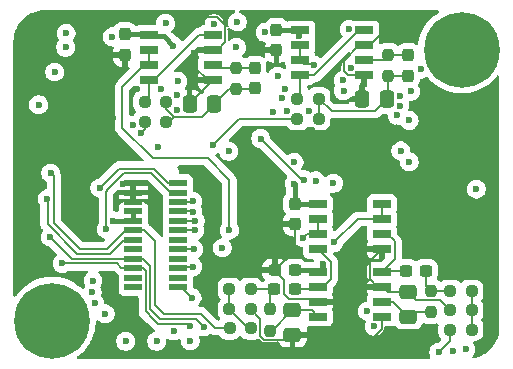
<source format=gbr>
%TF.GenerationSoftware,KiCad,Pcbnew,9.0.5*%
%TF.CreationDate,2026-01-13T20:57:06-06:00*%
%TF.ProjectId,Supplemental Monitoring PCB,53757070-6c65-46d6-956e-74616c204d6f,rev?*%
%TF.SameCoordinates,Original*%
%TF.FileFunction,Copper,L4,Bot*%
%TF.FilePolarity,Positive*%
%FSLAX46Y46*%
G04 Gerber Fmt 4.6, Leading zero omitted, Abs format (unit mm)*
G04 Created by KiCad (PCBNEW 9.0.5) date 2026-01-13 20:57:06*
%MOMM*%
%LPD*%
G01*
G04 APERTURE LIST*
G04 Aperture macros list*
%AMRoundRect*
0 Rectangle with rounded corners*
0 $1 Rounding radius*
0 $2 $3 $4 $5 $6 $7 $8 $9 X,Y pos of 4 corners*
0 Add a 4 corners polygon primitive as box body*
4,1,4,$2,$3,$4,$5,$6,$7,$8,$9,$2,$3,0*
0 Add four circle primitives for the rounded corners*
1,1,$1+$1,$2,$3*
1,1,$1+$1,$4,$5*
1,1,$1+$1,$6,$7*
1,1,$1+$1,$8,$9*
0 Add four rect primitives between the rounded corners*
20,1,$1+$1,$2,$3,$4,$5,0*
20,1,$1+$1,$4,$5,$6,$7,0*
20,1,$1+$1,$6,$7,$8,$9,0*
20,1,$1+$1,$8,$9,$2,$3,0*%
G04 Aperture macros list end*
%TA.AperFunction,ComponentPad*%
%ADD10C,3.600000*%
%TD*%
%TA.AperFunction,ConnectorPad*%
%ADD11C,6.400000*%
%TD*%
%TA.AperFunction,SMDPad,CuDef*%
%ADD12RoundRect,0.237500X-0.300000X-0.237500X0.300000X-0.237500X0.300000X0.237500X-0.300000X0.237500X0*%
%TD*%
%TA.AperFunction,SMDPad,CuDef*%
%ADD13RoundRect,0.237500X0.237500X-0.250000X0.237500X0.250000X-0.237500X0.250000X-0.237500X-0.250000X0*%
%TD*%
%TA.AperFunction,SMDPad,CuDef*%
%ADD14RoundRect,0.237500X0.300000X0.237500X-0.300000X0.237500X-0.300000X-0.237500X0.300000X-0.237500X0*%
%TD*%
%TA.AperFunction,SMDPad,CuDef*%
%ADD15RoundRect,0.250000X0.337500X0.475000X-0.337500X0.475000X-0.337500X-0.475000X0.337500X-0.475000X0*%
%TD*%
%TA.AperFunction,SMDPad,CuDef*%
%ADD16RoundRect,0.237500X-0.250000X-0.237500X0.250000X-0.237500X0.250000X0.237500X-0.250000X0.237500X0*%
%TD*%
%TA.AperFunction,SMDPad,CuDef*%
%ADD17R,1.500000X0.550000*%
%TD*%
%TA.AperFunction,SMDPad,CuDef*%
%ADD18RoundRect,0.237500X0.250000X0.237500X-0.250000X0.237500X-0.250000X-0.237500X0.250000X-0.237500X0*%
%TD*%
%TA.AperFunction,SMDPad,CuDef*%
%ADD19RoundRect,0.250000X0.475000X-0.337500X0.475000X0.337500X-0.475000X0.337500X-0.475000X-0.337500X0*%
%TD*%
%TA.AperFunction,SMDPad,CuDef*%
%ADD20RoundRect,0.237500X-0.237500X0.250000X-0.237500X-0.250000X0.237500X-0.250000X0.237500X0.250000X0*%
%TD*%
%TA.AperFunction,SMDPad,CuDef*%
%ADD21RoundRect,0.237500X-0.237500X0.300000X-0.237500X-0.300000X0.237500X-0.300000X0.237500X0.300000X0*%
%TD*%
%TA.AperFunction,SMDPad,CuDef*%
%ADD22R,1.528000X0.650000*%
%TD*%
%TA.AperFunction,SMDPad,CuDef*%
%ADD23RoundRect,0.250000X-0.475000X0.337500X-0.475000X-0.337500X0.475000X-0.337500X0.475000X0.337500X0*%
%TD*%
%TA.AperFunction,ViaPad*%
%ADD24C,0.600000*%
%TD*%
%TA.AperFunction,Conductor*%
%ADD25C,0.400000*%
%TD*%
%TA.AperFunction,Conductor*%
%ADD26C,0.200000*%
%TD*%
G04 APERTURE END LIST*
D10*
%TO.P,H4,1*%
%TO.N,N/C*%
X135330000Y-126550000D03*
D11*
X135330000Y-126550000D03*
%TD*%
D10*
%TO.P,H2,1*%
%TO.N,N/C*%
X170000000Y-103610000D03*
D11*
X170000000Y-103610000D03*
%TD*%
D12*
%TO.P,C18,1*%
%TO.N,Net-(C18-Pad1)*%
X154147500Y-123910000D03*
%TO.P,C18,2*%
%TO.N,/Voltage/Out2*%
X155872500Y-123910000D03*
%TD*%
D13*
%TO.P,R6,1*%
%TO.N,Net-(C11-Pad1)*%
X163795000Y-105852500D03*
%TO.P,R6,2*%
%TO.N,Net-(U2A-+)*%
X163795000Y-104027500D03*
%TD*%
D14*
%TO.P,C16,1*%
%TO.N,Net-(C16-Pad1)*%
X166982500Y-122310000D03*
%TO.P,C16,2*%
%TO.N,/Voltage/Out1*%
X165257500Y-122310000D03*
%TD*%
D15*
%TO.P,C6,1*%
%TO.N,Net-(C6-Pad1)*%
X149038500Y-108235000D03*
%TO.P,C6,2*%
%TO.N,GND*%
X146963500Y-108235000D03*
%TD*%
D13*
%TO.P,R3,1*%
%TO.N,Net-(C6-Pad1)*%
X150871000Y-106957500D03*
%TO.P,R3,2*%
%TO.N,Net-(U1A-+)*%
X150871000Y-105132500D03*
%TD*%
D16*
%TO.P,R2,1*%
%TO.N,/I_SNS_Reg_Out*%
X143158500Y-109695000D03*
%TO.P,R2,2*%
%TO.N,Net-(C6-Pad1)*%
X144983500Y-109695000D03*
%TD*%
%TO.P,R14,1*%
%TO.N,/Voltage/OpAmp2+*%
X150327500Y-123880000D03*
%TO.P,R14,2*%
%TO.N,Net-(C18-Pad1)*%
X152152500Y-123880000D03*
%TD*%
D15*
%TO.P,C11,1*%
%TO.N,Net-(C11-Pad1)*%
X163662500Y-107800000D03*
%TO.P,C11,2*%
%TO.N,GND*%
X161587500Y-107800000D03*
%TD*%
D16*
%TO.P,R8,1*%
%TO.N,/SUPP_REG+*%
X150347500Y-127180000D03*
%TO.P,R8,2*%
%TO.N,/Voltage/OpAmp2+*%
X152172500Y-127180000D03*
%TD*%
D17*
%TO.P,J1,1,1*%
%TO.N,GND*%
X142200000Y-114900000D03*
%TO.P,J1,2,2*%
%TO.N,/Status_LED2*%
X146000000Y-114900000D03*
%TO.P,J1,3,3*%
%TO.N,GND*%
X142200000Y-115700000D03*
%TO.P,J1,4,4*%
%TO.N,/Status_LED1*%
X146000000Y-115700000D03*
%TO.P,J1,5,5*%
%TO.N,GND*%
X142200000Y-116500000D03*
%TO.P,J1,6,6*%
%TO.N,/RCLK*%
X146000000Y-116500000D03*
%TO.P,J1,7,7*%
%TO.N,+3.3V*%
X142200000Y-117300000D03*
%TO.P,J1,8,8*%
%TO.N,/SRCLK*%
X146000000Y-117300000D03*
%TO.P,J1,9,9*%
%TO.N,+3.3V*%
X142200000Y-118100000D03*
%TO.P,J1,10,10*%
%TO.N,/SER*%
X146000000Y-118100000D03*
%TO.P,J1,11,11*%
%TO.N,/SUPP_REG+*%
X142200000Y-118900000D03*
%TO.P,J1,12,12*%
%TO.N,/SUPPMON_I2*%
X146000000Y-118900000D03*
%TO.P,J1,13,13*%
%TO.N,/I_SNS_Reg_Out*%
X142200000Y-119700000D03*
%TO.P,J1,14,14*%
%TO.N,unconnected-(J1-Pad14)*%
X146000000Y-119700000D03*
%TO.P,J1,15,15*%
%TO.N,unconnected-(J1-Pad15)*%
X142200000Y-120500000D03*
%TO.P,J1,16,16*%
%TO.N,/SUPPMON_I1*%
X146000000Y-120500000D03*
%TO.P,J1,17,17*%
%TO.N,/SUPP_IN+*%
X142200000Y-121300000D03*
%TO.P,J1,18,18*%
%TO.N,unconnected-(J1-Pad18)*%
X146000000Y-121300000D03*
%TO.P,J1,19,19*%
%TO.N,/I_SNS_Reg_In*%
X142200000Y-122100000D03*
%TO.P,J1,20,20*%
%TO.N,/SUPPMON_V2*%
X146000000Y-122100000D03*
%TO.P,J1,21,21*%
%TO.N,unconnected-(J1-Pad21)*%
X142200000Y-122900000D03*
%TO.P,J1,22,22*%
%TO.N,unconnected-(J1-Pad22)*%
X146000000Y-122900000D03*
%TO.P,J1,23,23*%
%TO.N,unconnected-(J1-Pad23)*%
X142200000Y-123700000D03*
%TO.P,J1,24,24*%
%TO.N,/SUPPMON_V1*%
X146000000Y-123700000D03*
%TD*%
D18*
%TO.P,R12,1*%
%TO.N,/Voltage/OpAmp+*%
X170862500Y-124050000D03*
%TO.P,R12,2*%
%TO.N,Net-(C16-Pad1)*%
X169037500Y-124050000D03*
%TD*%
D19*
%TO.P,C15,1*%
%TO.N,Net-(U4A-+)*%
X165500000Y-126207500D03*
%TO.P,C15,2*%
%TO.N,GND*%
X165500000Y-124132500D03*
%TD*%
D18*
%TO.P,R4,1*%
%TO.N,Net-(C6-Pad1)*%
X145003500Y-108035000D03*
%TO.P,R4,2*%
%TO.N,Net-(U1B-+)*%
X143178500Y-108035000D03*
%TD*%
D20*
%TO.P,R13,1*%
%TO.N,Net-(C16-Pad1)*%
X167400000Y-124017500D03*
%TO.P,R13,2*%
%TO.N,Net-(U4A-+)*%
X167400000Y-125842500D03*
%TD*%
D16*
%TO.P,R5,1*%
%TO.N,/I_SNS_Reg_In*%
X156072500Y-109460000D03*
%TO.P,R5,2*%
%TO.N,Net-(C11-Pad1)*%
X157897500Y-109460000D03*
%TD*%
%TO.P,R9,1*%
%TO.N,/Voltage/OpAmp2+*%
X150337500Y-125570000D03*
%TO.P,R9,2*%
%TO.N,GND*%
X152162500Y-125570000D03*
%TD*%
D21*
%TO.P,C7,1*%
%TO.N,Net-(U1A-+)*%
X152501000Y-105162500D03*
%TO.P,C7,2*%
%TO.N,Net-(C6-Pad1)*%
X152501000Y-106887500D03*
%TD*%
D16*
%TO.P,R10,1*%
%TO.N,/SUPP_IN+*%
X169027500Y-127300000D03*
%TO.P,R10,2*%
%TO.N,/Voltage/OpAmp+*%
X170852500Y-127300000D03*
%TD*%
D20*
%TO.P,R15,1*%
%TO.N,Net-(C18-Pad1)*%
X153740000Y-125567500D03*
%TO.P,R15,2*%
%TO.N,Net-(U4B-+)*%
X153740000Y-127392500D03*
%TD*%
D22*
%TO.P,U2,1*%
%TO.N,Net-(U2B-+)*%
X161771000Y-101965000D03*
%TO.P,U2,2,-*%
%TO.N,GND*%
X161771000Y-103235000D03*
%TO.P,U2,3,+*%
%TO.N,Net-(U2A-+)*%
X161771000Y-104505000D03*
%TO.P,U2,4,V-*%
%TO.N,GND*%
X161771000Y-105775000D03*
%TO.P,U2,5,+*%
%TO.N,Net-(U2B-+)*%
X156349000Y-105775000D03*
%TO.P,U2,6,-*%
%TO.N,/SUPPMON_I1*%
X156349000Y-104505000D03*
%TO.P,U2,7*%
X156349000Y-103235000D03*
%TO.P,U2,8,V+*%
%TO.N,+3.3V*%
X156349000Y-101965000D03*
%TD*%
%TO.P,U3,1*%
%TO.N,/SUPPMON_V1*%
X163261000Y-116675000D03*
%TO.P,U3,2,-*%
X163261000Y-117945000D03*
%TO.P,U3,3,+*%
%TO.N,/Voltage/Out1*%
X163261000Y-119215000D03*
%TO.P,U3,4,V-*%
%TO.N,GND*%
X163261000Y-120485000D03*
%TO.P,U3,5,+*%
%TO.N,/Voltage/Out2*%
X157839000Y-120485000D03*
%TO.P,U3,6,-*%
%TO.N,/SUPPMON_V2*%
X157839000Y-119215000D03*
%TO.P,U3,7*%
X157839000Y-117945000D03*
%TO.P,U3,8,V+*%
%TO.N,+3.3V*%
X157839000Y-116675000D03*
%TD*%
D14*
%TO.P,C19,1*%
%TO.N,+3.3V*%
X155892500Y-122280000D03*
%TO.P,C19,2*%
%TO.N,GND*%
X154167500Y-122280000D03*
%TD*%
D22*
%TO.P,U4,1*%
%TO.N,/Voltage/Out1*%
X163281000Y-122395000D03*
%TO.P,U4,2,-*%
%TO.N,GND*%
X163281000Y-123665000D03*
%TO.P,U4,3,+*%
%TO.N,Net-(U4A-+)*%
X163281000Y-124935000D03*
%TO.P,U4,4,V-*%
%TO.N,GND*%
X163281000Y-126205000D03*
%TO.P,U4,5,+*%
%TO.N,Net-(U4B-+)*%
X157859000Y-126205000D03*
%TO.P,U4,6,-*%
%TO.N,GND*%
X157859000Y-124935000D03*
%TO.P,U4,7*%
%TO.N,/Voltage/Out2*%
X157859000Y-123665000D03*
%TO.P,U4,8,V+*%
%TO.N,+3.3V*%
X157859000Y-122395000D03*
%TD*%
D21*
%TO.P,C13,1*%
%TO.N,+3.3V*%
X154325000Y-101937500D03*
%TO.P,C13,2*%
%TO.N,GND*%
X154325000Y-103662500D03*
%TD*%
%TO.P,C8,1*%
%TO.N,+3.3V*%
X141490000Y-102307500D03*
%TO.P,C8,2*%
%TO.N,GND*%
X141490000Y-104032500D03*
%TD*%
D23*
%TO.P,C17,1*%
%TO.N,Net-(U4B-+)*%
X155680000Y-125652500D03*
%TO.P,C17,2*%
%TO.N,GND*%
X155680000Y-127727500D03*
%TD*%
D21*
%TO.P,C14,1*%
%TO.N,+3.3V*%
X155870000Y-116637500D03*
%TO.P,C14,2*%
%TO.N,GND*%
X155870000Y-118362500D03*
%TD*%
D18*
%TO.P,R7,1*%
%TO.N,Net-(C11-Pad1)*%
X157907500Y-107750000D03*
%TO.P,R7,2*%
%TO.N,Net-(U2B-+)*%
X156082500Y-107750000D03*
%TD*%
D21*
%TO.P,C12,1*%
%TO.N,Net-(U2A-+)*%
X165485000Y-104077500D03*
%TO.P,C12,2*%
%TO.N,Net-(C11-Pad1)*%
X165485000Y-105802500D03*
%TD*%
D18*
%TO.P,R11,1*%
%TO.N,/Voltage/OpAmp+*%
X170862500Y-125670000D03*
%TO.P,R11,2*%
%TO.N,GND*%
X169037500Y-125670000D03*
%TD*%
D22*
%TO.P,U1,1*%
%TO.N,Net-(U1B-+)*%
X148932000Y-102370000D03*
%TO.P,U1,2,-*%
%TO.N,GND*%
X148932000Y-103640000D03*
%TO.P,U1,3,+*%
%TO.N,Net-(U1A-+)*%
X148932000Y-104910000D03*
%TO.P,U1,4,V-*%
%TO.N,GND*%
X148932000Y-106180000D03*
%TO.P,U1,5,+*%
%TO.N,Net-(U1B-+)*%
X143510000Y-106180000D03*
%TO.P,U1,6,-*%
%TO.N,/SUPPMON_I2*%
X143510000Y-104910000D03*
%TO.P,U1,7*%
X143510000Y-103640000D03*
%TO.P,U1,8,V+*%
%TO.N,+3.3V*%
X143510000Y-102370000D03*
%TD*%
D24*
%TO.N,+3.3V*%
X165555292Y-113100000D03*
X155200000Y-108760000D03*
X155817500Y-114950000D03*
X144285000Y-111870000D03*
X155817500Y-113140000D03*
X166550000Y-105250000D03*
X158242000Y-121736530D03*
X156267900Y-102409999D03*
X140510000Y-118090000D03*
X165555292Y-109600000D03*
X145590000Y-103270000D03*
%TO.N,/SRCLK*%
X154820000Y-107740000D03*
X164747706Y-108347470D03*
X147260000Y-117320000D03*
X145924473Y-107481305D03*
X140420000Y-102530000D03*
%TO.N,/RCLK*%
X144579296Y-106919874D03*
X164750000Y-107488999D03*
X136510000Y-102200000D03*
X147240000Y-116440000D03*
X155030374Y-106968155D03*
%TO.N,/SER*%
X145990000Y-106270000D03*
X144930000Y-101380000D03*
X147451839Y-118101679D03*
%TO.N,GND*%
X160870000Y-128260000D03*
X147380000Y-103925000D03*
X137440000Y-112510000D03*
X142525000Y-106953509D03*
X157342537Y-110373914D03*
X164427256Y-110205094D03*
X141340765Y-114980765D03*
X147040000Y-100870000D03*
X163590000Y-101280000D03*
X152410000Y-121980000D03*
X166950000Y-110760000D03*
X140510000Y-109350000D03*
X169710000Y-120150000D03*
%TO.N,/Status_LED1*%
X139890000Y-118800000D03*
%TO.N,/Status_LED2*%
X139352503Y-115316359D03*
%TO.N,/SUPPMON_I1*%
X147310000Y-120490000D03*
X144190000Y-128290000D03*
X157505735Y-104935735D03*
X149740000Y-120390000D03*
%TO.N,/I_SNS_Reg_In*%
X147028575Y-127009000D03*
X136170000Y-121710000D03*
X148980000Y-111670000D03*
%TO.N,Net-(R25-Pad2)*%
X150290000Y-112200000D03*
X149050000Y-101400000D03*
%TO.N,Net-(R26-Pad2)*%
X150933561Y-103409456D03*
X152980000Y-111130000D03*
X156660000Y-114630000D03*
%TO.N,/SUPPMON_V2*%
X147250000Y-121970000D03*
X156610000Y-119520000D03*
X147020000Y-128270000D03*
%TO.N,Net-(R30-Pad1)*%
X157665000Y-114715000D03*
X153350000Y-102133803D03*
%TO.N,Net-(R16-Pad2)*%
X134180000Y-108270000D03*
X138790000Y-123170000D03*
%TO.N,Net-(R39-Pad1)*%
X160506998Y-101880000D03*
X171250000Y-115410000D03*
%TO.N,Net-(R17-Pad2)*%
X135540000Y-105500000D03*
X138722998Y-124162998D03*
%TO.N,Net-(R18-Pad2)*%
X138920000Y-125070000D03*
X136480000Y-103400000D03*
%TO.N,Net-(R19-Pad2)*%
X142175834Y-110025255D03*
X139830000Y-125980000D03*
%TO.N,Net-(R31-Pad1)*%
X159150000Y-114920000D03*
X151005531Y-101266571D03*
%TO.N,Net-(R32-Pad2)*%
X161990000Y-125740000D03*
X160000000Y-107080000D03*
%TO.N,Net-(R33-Pad2)*%
X159972594Y-106207739D03*
X162617140Y-127030002D03*
%TO.N,Net-(R34-Pad2)*%
X169280000Y-129130000D03*
X160604804Y-105127052D03*
%TO.N,Net-(R35-Pad2)*%
X170370000Y-128980000D03*
X164855292Y-112180000D03*
%TO.N,Net-(U5-QH')*%
X154058779Y-108860000D03*
X145876000Y-108675304D03*
X154440000Y-105860000D03*
%TO.N,Net-(U6-QH')*%
X164570000Y-109180000D03*
X157069872Y-108759999D03*
X165695971Y-107129941D03*
%TO.N,/I_SNS_Reg_Out*%
X142890000Y-110620000D03*
X134900000Y-116240000D03*
%TO.N,/SUPP_IN+*%
X168060000Y-129230000D03*
X148174883Y-127061203D03*
X135159717Y-119470283D03*
%TO.N,/SUPP_REG+*%
X135220000Y-114060000D03*
%TO.N,/SUPPMON_V1*%
X147180000Y-124600000D03*
X145630000Y-127430000D03*
X159200000Y-119930000D03*
%TO.N,/SUPPMON_I2*%
X141570000Y-128290000D03*
X150340000Y-118880000D03*
X147400000Y-118900000D03*
%TD*%
D25*
%TO.N,+3.3V*%
X155892500Y-122280000D02*
X157744000Y-122280000D01*
X144790000Y-102470000D02*
X143610000Y-102470000D01*
X142200000Y-117300000D02*
X142200000Y-118100000D01*
X156321500Y-101937500D02*
X156349000Y-101965000D01*
X156267900Y-102409999D02*
X156267900Y-102046100D01*
X145590000Y-103270000D02*
X144790000Y-102470000D01*
X156267900Y-102046100D02*
X156349000Y-101965000D01*
X155907500Y-116675000D02*
X155870000Y-116637500D01*
X143610000Y-102470000D02*
X143510000Y-102370000D01*
X141490000Y-102307500D02*
X143447500Y-102307500D01*
X158242000Y-121736530D02*
X158242000Y-122012000D01*
X154325000Y-101937500D02*
X156321500Y-101937500D01*
X157744000Y-122280000D02*
X157859000Y-122395000D01*
X155870000Y-115002500D02*
X155817500Y-114950000D01*
X143447500Y-102307500D02*
X143510000Y-102370000D01*
X140520000Y-118100000D02*
X140510000Y-118090000D01*
X158242000Y-122012000D02*
X157859000Y-122395000D01*
X142200000Y-118100000D02*
X140520000Y-118100000D01*
X155870000Y-116637500D02*
X155870000Y-115002500D01*
X157839000Y-116675000D02*
X155907500Y-116675000D01*
D26*
%TO.N,/Voltage/OpAmp2+*%
X151947500Y-127180000D02*
X150337500Y-125570000D01*
X150327500Y-123880000D02*
X150327500Y-125560000D01*
X152172500Y-127180000D02*
X151947500Y-127180000D01*
X150327500Y-125560000D02*
X150337500Y-125570000D01*
%TO.N,/Voltage/Out2*%
X158924000Y-123039000D02*
X158298000Y-123665000D01*
X158298000Y-123665000D02*
X157859000Y-123665000D01*
X157839000Y-120485000D02*
X158924000Y-121570000D01*
X155872500Y-123910000D02*
X157614000Y-123910000D01*
X158924000Y-121570000D02*
X158924000Y-123039000D01*
X157614000Y-123910000D02*
X157859000Y-123665000D01*
%TO.N,/Voltage/Out1*%
X163700000Y-119215000D02*
X163261000Y-119215000D01*
X164326000Y-119841000D02*
X163700000Y-119215000D01*
X163366000Y-122310000D02*
X163281000Y-122395000D01*
X164326000Y-121350000D02*
X164326000Y-119841000D01*
X165257500Y-122310000D02*
X163366000Y-122310000D01*
X163281000Y-122395000D02*
X164326000Y-121350000D01*
%TO.N,/Voltage/OpAmp+*%
X170862500Y-124050000D02*
X170862500Y-125670000D01*
X170862500Y-127290000D02*
X170852500Y-127300000D01*
X170862500Y-125670000D02*
X170862500Y-127290000D01*
%TO.N,Net-(C6-Pad1)*%
X150316000Y-106957500D02*
X149038500Y-108235000D01*
X145627057Y-109276304D02*
X147997196Y-109276304D01*
X147997196Y-109276304D02*
X149038500Y-108235000D01*
X150871000Y-106957500D02*
X152431000Y-106957500D01*
X144983500Y-109695000D02*
X145208361Y-109695000D01*
X145003500Y-108652747D02*
X145627057Y-109276304D01*
X145003500Y-108035000D02*
X145003500Y-108652747D01*
X150871000Y-106957500D02*
X150316000Y-106957500D01*
X152431000Y-106957500D02*
X152501000Y-106887500D01*
X145208361Y-109695000D02*
X145627057Y-109276304D01*
%TO.N,Net-(U1A-+)*%
X150901000Y-105162500D02*
X150871000Y-105132500D01*
X152501000Y-105162500D02*
X150901000Y-105162500D01*
X149154500Y-105132500D02*
X148932000Y-104910000D01*
X150871000Y-105132500D02*
X149154500Y-105132500D01*
%TO.N,Net-(C11-Pad1)*%
X163795000Y-105852500D02*
X163795000Y-107667500D01*
X163845000Y-105802500D02*
X163795000Y-105852500D01*
X157897500Y-107760000D02*
X157907500Y-107750000D01*
X157897500Y-109460000D02*
X157897500Y-107760000D01*
X163795000Y-107667500D02*
X163662500Y-107800000D01*
X158983500Y-108826000D02*
X157907500Y-107750000D01*
X165485000Y-105802500D02*
X163845000Y-105802500D01*
X163662500Y-107800000D02*
X162636500Y-108826000D01*
X162636500Y-108826000D02*
X158983500Y-108826000D01*
%TO.N,/SRCLK*%
X147240000Y-117300000D02*
X147260000Y-117320000D01*
X146000000Y-117300000D02*
X147240000Y-117300000D01*
%TO.N,Net-(U2A-+)*%
X165435000Y-104027500D02*
X165485000Y-104077500D01*
X161771000Y-104505000D02*
X163317500Y-104505000D01*
X163795000Y-104027500D02*
X165435000Y-104027500D01*
X163317500Y-104505000D02*
X163795000Y-104027500D01*
%TO.N,Net-(U4A-+)*%
X163281000Y-124935000D02*
X164227500Y-124935000D01*
X165865000Y-125842500D02*
X165500000Y-126207500D01*
X167400000Y-125842500D02*
X165865000Y-125842500D01*
X164227500Y-124935000D02*
X165500000Y-126207500D01*
%TO.N,Net-(C16-Pad1)*%
X166982500Y-123600000D02*
X167400000Y-124017500D01*
X166982500Y-122310000D02*
X166982500Y-123600000D01*
X169005000Y-124017500D02*
X169037500Y-124050000D01*
X167400000Y-124017500D02*
X169005000Y-124017500D01*
%TO.N,Net-(U4B-+)*%
X153940000Y-127392500D02*
X155680000Y-125652500D01*
X155680000Y-125652500D02*
X157306500Y-125652500D01*
X153740000Y-127392500D02*
X153940000Y-127392500D01*
X157306500Y-125652500D02*
X157859000Y-126205000D01*
%TO.N,/RCLK*%
X147180000Y-116500000D02*
X147240000Y-116440000D01*
X146000000Y-116500000D02*
X147180000Y-116500000D01*
%TO.N,Net-(C18-Pad1)*%
X153740000Y-124317500D02*
X154147500Y-123910000D01*
X154117500Y-123880000D02*
X154147500Y-123910000D01*
X152152500Y-123880000D02*
X154117500Y-123880000D01*
X153740000Y-125567500D02*
X153740000Y-124317500D01*
%TO.N,/SER*%
X146000000Y-118100000D02*
X147450160Y-118100000D01*
X147450160Y-118100000D02*
X147451839Y-118101679D01*
%TO.N,GND*%
X141421530Y-114900000D02*
X141340765Y-114980765D01*
X161771000Y-107616500D02*
X161587500Y-107800000D01*
X146963500Y-108148500D02*
X148932000Y-106180000D01*
X155870000Y-120577500D02*
X154167500Y-122280000D01*
X152162500Y-125570000D02*
X152964000Y-126371500D01*
X162216000Y-123021000D02*
X162216000Y-121530000D01*
X163281000Y-123665000D02*
X162860000Y-123665000D01*
X137440000Y-112420000D02*
X137440000Y-112510000D01*
X161350000Y-103235000D02*
X161771000Y-103235000D01*
X148493000Y-106180000D02*
X147380000Y-105067000D01*
X163281000Y-123665000D02*
X163748500Y-124132500D01*
X152964000Y-126371500D02*
X152964000Y-127872134D01*
X149997000Y-102996000D02*
X149997000Y-101497057D01*
X169037500Y-125670000D02*
X168173500Y-124806000D01*
X142200000Y-114900000D02*
X141421530Y-114900000D01*
X149298943Y-100799000D02*
X147111000Y-100799000D01*
X161771000Y-103235000D02*
X162210000Y-103235000D01*
X155226500Y-128181000D02*
X155680000Y-127727500D01*
X165216163Y-110770000D02*
X164410000Y-109963837D01*
X166940000Y-110770000D02*
X165216163Y-110770000D01*
X160003804Y-104581196D02*
X161350000Y-103235000D01*
X163281000Y-126205000D02*
X163281000Y-127216085D01*
X162237085Y-128260000D02*
X160870000Y-128260000D01*
X157859000Y-124935000D02*
X160302000Y-124935000D01*
X163590000Y-101855000D02*
X163590000Y-101280000D01*
X163281000Y-127216085D02*
X162237085Y-128260000D01*
X162210000Y-103235000D02*
X163590000Y-101855000D01*
X146963500Y-108235000D02*
X146963500Y-108148500D01*
X147380000Y-105067000D02*
X147380000Y-103925000D01*
X155342866Y-124686000D02*
X154986000Y-124329134D01*
X149353000Y-103640000D02*
X149997000Y-102996000D01*
X149997000Y-101497057D02*
X149298943Y-100799000D01*
X155870000Y-118362500D02*
X155870000Y-120577500D01*
X147665000Y-103640000D02*
X147380000Y-103925000D01*
X154986000Y-124329134D02*
X154986000Y-123098500D01*
X166173500Y-124806000D02*
X165500000Y-124132500D01*
X140510000Y-109350000D02*
X137440000Y-112420000D01*
X153272866Y-128181000D02*
X155226500Y-128181000D01*
X148932000Y-103640000D02*
X147665000Y-103640000D01*
X160302000Y-124935000D02*
X162216000Y-123021000D01*
X160003804Y-105375995D02*
X160003804Y-104581196D01*
X162860000Y-123665000D02*
X162216000Y-123021000D01*
X157859000Y-124935000D02*
X157610000Y-124686000D01*
X157610000Y-124686000D02*
X155342866Y-124686000D01*
X163748500Y-124132500D02*
X165500000Y-124132500D01*
X168173500Y-124806000D02*
X166173500Y-124806000D01*
X147111000Y-100799000D02*
X147040000Y-100870000D01*
X160402809Y-105775000D02*
X160003804Y-105375995D01*
X162216000Y-121530000D02*
X163261000Y-120485000D01*
X152964000Y-127872134D02*
X153272866Y-128181000D01*
X148932000Y-103640000D02*
X149353000Y-103640000D01*
X161771000Y-105775000D02*
X161771000Y-107616500D01*
X166950000Y-110760000D02*
X166940000Y-110770000D01*
X148932000Y-106180000D02*
X148493000Y-106180000D01*
X154986000Y-123098500D02*
X154167500Y-122280000D01*
X161771000Y-105775000D02*
X160402809Y-105775000D01*
%TO.N,/Status_LED1*%
X145126000Y-115476000D02*
X145136000Y-115476000D01*
X141393000Y-114080000D02*
X143730000Y-114080000D01*
X139890000Y-118800000D02*
X139890000Y-115628805D01*
X145360000Y-115700000D02*
X146000000Y-115700000D01*
X139953503Y-115519497D02*
X141393000Y-114080000D01*
X139890000Y-115628805D02*
X139953503Y-115565302D01*
X139953503Y-115565302D02*
X139953503Y-115519497D01*
X145136000Y-115476000D02*
X145360000Y-115700000D01*
X143730000Y-114080000D02*
X145126000Y-115476000D01*
%TO.N,/Status_LED2*%
X140998862Y-113670000D02*
X139352503Y-115316359D01*
X145150000Y-114900000D02*
X143920000Y-113670000D01*
X146000000Y-114900000D02*
X145150000Y-114900000D01*
X143920000Y-113670000D02*
X140998862Y-113670000D01*
%TO.N,/SUPPMON_I1*%
X156349000Y-103235000D02*
X156349000Y-104505000D01*
X146000000Y-120500000D02*
X147300000Y-120500000D01*
X157370000Y-104800000D02*
X156644000Y-104800000D01*
X157505735Y-104935735D02*
X157370000Y-104800000D01*
X156644000Y-104800000D02*
X156349000Y-104505000D01*
X147300000Y-120500000D02*
X147310000Y-120490000D01*
%TO.N,/I_SNS_Reg_In*%
X143870000Y-126390000D02*
X143870000Y-126380000D01*
X136170000Y-121710000D02*
X140830000Y-121710000D01*
X143250000Y-122323000D02*
X143027000Y-122100000D01*
X143027000Y-122100000D02*
X142200000Y-122100000D01*
X148980000Y-111670000D02*
X151190000Y-109460000D01*
X146829575Y-126810000D02*
X144290000Y-126810000D01*
X143870000Y-126380000D02*
X143250000Y-125760000D01*
X140830000Y-121710000D02*
X141200000Y-122080000D01*
X141200000Y-122080000D02*
X142180000Y-122080000D01*
X143250000Y-125760000D02*
X143250000Y-122323000D01*
X147028575Y-127009000D02*
X146829575Y-126810000D01*
X144290000Y-126810000D02*
X143870000Y-126390000D01*
X142180000Y-122080000D02*
X142200000Y-122100000D01*
X151190000Y-109460000D02*
X156072500Y-109460000D01*
%TO.N,Net-(R26-Pad2)*%
X152980000Y-111160000D02*
X152980000Y-111130000D01*
X156660000Y-114630000D02*
X156450000Y-114630000D01*
X156450000Y-114630000D02*
X152980000Y-111160000D01*
%TO.N,/SUPPMON_V2*%
X147250000Y-121970000D02*
X146130000Y-121970000D01*
X156915000Y-119215000D02*
X157839000Y-119215000D01*
X156610000Y-119520000D02*
X156915000Y-119215000D01*
X157839000Y-117945000D02*
X157839000Y-119215000D01*
X146130000Y-121970000D02*
X146000000Y-122100000D01*
%TO.N,Net-(U1B-+)*%
X143510000Y-106180000D02*
X143949000Y-106180000D01*
X143510000Y-106180000D02*
X143510000Y-107703500D01*
X143510000Y-107703500D02*
X143178500Y-108035000D01*
X147759000Y-102370000D02*
X148932000Y-102370000D01*
X143949000Y-106180000D02*
X147759000Y-102370000D01*
%TO.N,Net-(U2B-+)*%
X156349000Y-105775000D02*
X157515000Y-105775000D01*
X161325000Y-101965000D02*
X161771000Y-101965000D01*
X156349000Y-107483500D02*
X156082500Y-107750000D01*
X156349000Y-105775000D02*
X156349000Y-107483500D01*
X157515000Y-105775000D02*
X161325000Y-101965000D01*
%TO.N,/I_SNS_Reg_Out*%
X141430000Y-119700000D02*
X142200000Y-119700000D01*
X140231000Y-120899000D02*
X141430000Y-119700000D01*
X134900000Y-116240000D02*
X134940000Y-116280000D01*
X134940000Y-116280000D02*
X134940000Y-118400623D01*
X143210000Y-110300000D02*
X143210000Y-109746500D01*
X134940000Y-118400623D02*
X137438377Y-120899000D01*
X142890000Y-110620000D02*
X143210000Y-110300000D01*
X143210000Y-109746500D02*
X143158500Y-109695000D01*
X137438377Y-120899000D02*
X140231000Y-120899000D01*
%TO.N,/SUPP_IN+*%
X144456100Y-126409000D02*
X144271000Y-126223900D01*
X135159717Y-119470283D02*
X136989434Y-121300000D01*
X143050000Y-121300000D02*
X142200000Y-121300000D01*
X169027500Y-128262500D02*
X169027500Y-127300000D01*
X144271000Y-126213900D02*
X143651000Y-125593900D01*
X147278518Y-126409000D02*
X147277518Y-126408000D01*
X143651000Y-121901000D02*
X143050000Y-121300000D01*
X146779632Y-126408000D02*
X146778632Y-126409000D01*
X136989434Y-121300000D02*
X142200000Y-121300000D01*
X146778632Y-126409000D02*
X144456100Y-126409000D01*
X147522680Y-126409000D02*
X147278518Y-126409000D01*
X168060000Y-129230000D02*
X169027500Y-128262500D01*
X143651000Y-125593900D02*
X143651000Y-121901000D01*
X148174883Y-127061203D02*
X147522680Y-126409000D01*
X144271000Y-126223900D02*
X144271000Y-126213900D01*
X147277518Y-126408000D02*
X146779632Y-126408000D01*
%TO.N,/SUPP_REG+*%
X143150000Y-118900000D02*
X144070000Y-119820000D01*
X141550000Y-118900000D02*
X142200000Y-118900000D01*
X135500000Y-115990057D02*
X135501000Y-115991057D01*
X144070000Y-119820000D02*
X144070000Y-125260000D01*
X142200000Y-118900000D02*
X143150000Y-118900000D01*
X137660000Y-120450000D02*
X140000000Y-120450000D01*
X144070000Y-125260000D02*
X144780000Y-125970000D01*
X140000000Y-120450000D02*
X141550000Y-118900000D01*
X135220000Y-114060000D02*
X135500000Y-114340000D01*
X147940000Y-125970000D02*
X149150000Y-127180000D01*
X135500000Y-114340000D02*
X135500000Y-115990057D01*
X144780000Y-125970000D02*
X147940000Y-125970000D01*
X149150000Y-127180000D02*
X150347500Y-127180000D01*
X135500000Y-116489943D02*
X135500000Y-118290000D01*
X135501000Y-116488943D02*
X135500000Y-116489943D01*
X135500000Y-118290000D02*
X137660000Y-120450000D01*
X135501000Y-115991057D02*
X135501000Y-116488943D01*
%TO.N,/SUPPMON_V1*%
X163261000Y-117945000D02*
X161185000Y-117945000D01*
X146280000Y-123700000D02*
X146000000Y-123700000D01*
X161185000Y-117945000D02*
X159200000Y-119930000D01*
X163261000Y-116675000D02*
X163261000Y-117945000D01*
X147180000Y-124600000D02*
X146280000Y-123700000D01*
%TO.N,/SUPPMON_I2*%
X148490000Y-112810000D02*
X143840000Y-112810000D01*
X143510000Y-103640000D02*
X143510000Y-104910000D01*
X150340000Y-118880000D02*
X150340000Y-114660000D01*
X143089000Y-104910000D02*
X143510000Y-104910000D01*
X143840000Y-112810000D02*
X141270000Y-110240000D01*
X150340000Y-114660000D02*
X148490000Y-112810000D01*
X141270000Y-110240000D02*
X141270000Y-106729000D01*
X141270000Y-106729000D02*
X143089000Y-104910000D01*
X146000000Y-118900000D02*
X147400000Y-118900000D01*
%TD*%
%TA.AperFunction,Conductor*%
%TO.N,GND*%
G36*
X161979756Y-118565185D02*
G01*
X162025511Y-118617989D01*
X162035455Y-118687147D01*
X162028899Y-118712833D01*
X162014939Y-118750263D01*
X162002909Y-118782517D01*
X161996500Y-118842127D01*
X161996500Y-118842134D01*
X161996500Y-118842135D01*
X161996500Y-119587870D01*
X161996501Y-119587876D01*
X162002908Y-119647483D01*
X162053202Y-119782327D01*
X162057452Y-119790109D01*
X162054394Y-119791778D01*
X162072963Y-119841594D01*
X162058098Y-119909864D01*
X162057717Y-119910457D01*
X162053645Y-119917913D01*
X162003403Y-120052620D01*
X162003401Y-120052627D01*
X161997000Y-120112155D01*
X161997000Y-120235000D01*
X163137000Y-120235000D01*
X163204039Y-120254685D01*
X163249794Y-120307489D01*
X163261000Y-120359000D01*
X163261000Y-120485000D01*
X163387000Y-120485000D01*
X163454039Y-120504685D01*
X163499794Y-120557489D01*
X163511000Y-120609000D01*
X163511000Y-121264402D01*
X163491315Y-121331441D01*
X163474681Y-121352083D01*
X163293583Y-121533181D01*
X163232260Y-121566666D01*
X163205902Y-121569500D01*
X162469129Y-121569500D01*
X162469123Y-121569501D01*
X162409516Y-121575908D01*
X162274671Y-121626202D01*
X162274664Y-121626206D01*
X162159455Y-121712452D01*
X162159452Y-121712455D01*
X162073206Y-121827664D01*
X162073202Y-121827671D01*
X162022910Y-121962513D01*
X162022909Y-121962517D01*
X162016500Y-122022127D01*
X162016500Y-122022134D01*
X162016500Y-122022135D01*
X162016500Y-122767870D01*
X162016501Y-122767876D01*
X162022908Y-122827483D01*
X162073202Y-122962327D01*
X162077452Y-122970109D01*
X162074394Y-122971778D01*
X162092963Y-123021594D01*
X162078098Y-123089864D01*
X162077717Y-123090457D01*
X162073645Y-123097913D01*
X162023403Y-123232620D01*
X162023401Y-123232627D01*
X162017000Y-123292155D01*
X162017000Y-123415000D01*
X163157000Y-123415000D01*
X163224039Y-123434685D01*
X163269794Y-123487489D01*
X163281000Y-123539000D01*
X163281000Y-123791000D01*
X163261315Y-123858039D01*
X163208511Y-123903794D01*
X163157000Y-123915000D01*
X162017000Y-123915000D01*
X162017000Y-124037844D01*
X162023401Y-124097372D01*
X162023403Y-124097379D01*
X162073645Y-124232086D01*
X162077897Y-124239872D01*
X162074679Y-124241628D01*
X162092977Y-124290976D01*
X162077993Y-124359220D01*
X162076835Y-124361018D01*
X162073202Y-124367671D01*
X162022910Y-124502513D01*
X162022909Y-124502517D01*
X162016500Y-124562127D01*
X162016500Y-124562134D01*
X162016500Y-124562135D01*
X162016500Y-124816781D01*
X161996815Y-124883820D01*
X161944011Y-124929575D01*
X161916692Y-124938398D01*
X161756508Y-124970261D01*
X161756498Y-124970264D01*
X161610827Y-125030602D01*
X161610814Y-125030609D01*
X161479711Y-125118210D01*
X161479707Y-125118213D01*
X161368213Y-125229707D01*
X161368210Y-125229711D01*
X161280609Y-125360814D01*
X161280602Y-125360827D01*
X161220264Y-125506498D01*
X161220261Y-125506510D01*
X161189500Y-125661153D01*
X161189500Y-125818846D01*
X161220261Y-125973489D01*
X161220264Y-125973501D01*
X161280602Y-126119172D01*
X161280609Y-126119185D01*
X161368210Y-126250288D01*
X161368213Y-126250292D01*
X161479707Y-126361786D01*
X161479711Y-126361789D01*
X161610814Y-126449390D01*
X161610827Y-126449397D01*
X161756498Y-126509735D01*
X161756503Y-126509737D01*
X161777497Y-126513913D01*
X161802033Y-126518794D01*
X161863944Y-126551179D01*
X161898518Y-126611894D01*
X161894779Y-126681664D01*
X161892403Y-126687863D01*
X161847404Y-126796500D01*
X161847401Y-126796512D01*
X161816640Y-126951155D01*
X161816640Y-127108848D01*
X161847401Y-127263491D01*
X161847404Y-127263503D01*
X161907742Y-127409174D01*
X161907749Y-127409187D01*
X161995350Y-127540290D01*
X161995353Y-127540294D01*
X162106847Y-127651788D01*
X162106851Y-127651791D01*
X162237954Y-127739392D01*
X162237967Y-127739399D01*
X162379843Y-127798165D01*
X162383643Y-127799739D01*
X162493123Y-127821516D01*
X162538293Y-127830501D01*
X162538296Y-127830502D01*
X162538298Y-127830502D01*
X162695984Y-127830502D01*
X162695985Y-127830501D01*
X162850637Y-127799739D01*
X162995882Y-127739577D01*
X162996312Y-127739399D01*
X162996312Y-127739398D01*
X162996319Y-127739396D01*
X163127429Y-127651791D01*
X163238929Y-127540291D01*
X163326534Y-127409181D01*
X163386877Y-127263499D01*
X163413470Y-127129809D01*
X163445855Y-127067898D01*
X163506570Y-127033324D01*
X163535087Y-127030000D01*
X164092828Y-127030000D01*
X164092844Y-127029999D01*
X164152372Y-127023598D01*
X164152380Y-127023596D01*
X164290008Y-126972263D01*
X164359700Y-126967278D01*
X164421024Y-127000762D01*
X164430607Y-127011530D01*
X164432288Y-127013656D01*
X164556344Y-127137712D01*
X164705666Y-127229814D01*
X164872203Y-127284999D01*
X164974991Y-127295500D01*
X166025008Y-127295499D01*
X166025016Y-127295498D01*
X166025019Y-127295498D01*
X166081302Y-127289748D01*
X166127797Y-127284999D01*
X166294334Y-127229814D01*
X166443656Y-127137712D01*
X166567712Y-127013656D01*
X166659814Y-126864334D01*
X166669584Y-126834848D01*
X166709353Y-126777406D01*
X166773869Y-126750581D01*
X166842645Y-126762895D01*
X166845866Y-126764687D01*
X166848483Y-126765907D01*
X166848484Y-126765908D01*
X167012247Y-126820174D01*
X167113323Y-126830500D01*
X167686676Y-126830499D01*
X167686684Y-126830498D01*
X167686687Y-126830498D01*
X167742030Y-126824844D01*
X167787753Y-126820174D01*
X167886914Y-126787314D01*
X167956741Y-126784912D01*
X168016783Y-126820643D01*
X168047976Y-126883163D01*
X168049276Y-126917622D01*
X168039500Y-127013313D01*
X168039500Y-127586669D01*
X168039501Y-127586687D01*
X168049825Y-127687752D01*
X168077278Y-127770597D01*
X168100078Y-127839404D01*
X168104092Y-127851515D01*
X168104093Y-127851518D01*
X168138395Y-127907129D01*
X168190489Y-127991588D01*
X168194661Y-127998351D01*
X168230855Y-128034545D01*
X168264340Y-128095868D01*
X168259356Y-128165560D01*
X168230855Y-128209907D01*
X168045337Y-128395426D01*
X167984014Y-128428911D01*
X167981848Y-128429362D01*
X167826508Y-128460261D01*
X167826498Y-128460264D01*
X167680827Y-128520602D01*
X167680814Y-128520609D01*
X167549711Y-128608210D01*
X167549707Y-128608213D01*
X167438213Y-128719707D01*
X167438210Y-128719711D01*
X167350609Y-128850814D01*
X167350602Y-128850827D01*
X167290264Y-128996498D01*
X167290261Y-128996510D01*
X167259500Y-129151153D01*
X167259500Y-129308846D01*
X167290261Y-129463489D01*
X167290264Y-129463501D01*
X167350602Y-129609172D01*
X167353479Y-129614554D01*
X167351677Y-129615516D01*
X167369766Y-129673290D01*
X167351279Y-129740670D01*
X167299299Y-129787359D01*
X167245786Y-129799500D01*
X137536277Y-129799500D01*
X137469238Y-129779815D01*
X137423483Y-129727011D01*
X137413539Y-129657853D01*
X137442564Y-129594297D01*
X137467386Y-129572398D01*
X137537044Y-129525854D01*
X137818101Y-129295197D01*
X138075197Y-129038101D01*
X138305854Y-128757044D01*
X138507853Y-128454732D01*
X138638046Y-128211158D01*
X138638049Y-128211153D01*
X140769500Y-128211153D01*
X140769500Y-128368846D01*
X140800261Y-128523489D01*
X140800264Y-128523501D01*
X140860602Y-128669172D01*
X140860609Y-128669185D01*
X140948210Y-128800288D01*
X140948213Y-128800292D01*
X141059707Y-128911786D01*
X141059711Y-128911789D01*
X141190814Y-128999390D01*
X141190827Y-128999397D01*
X141334342Y-129058842D01*
X141336503Y-129059737D01*
X141491153Y-129090499D01*
X141491156Y-129090500D01*
X141491158Y-129090500D01*
X141648844Y-129090500D01*
X141648845Y-129090499D01*
X141803497Y-129059737D01*
X141926386Y-129008835D01*
X141949172Y-128999397D01*
X141949172Y-128999396D01*
X141949179Y-128999394D01*
X142080289Y-128911789D01*
X142191789Y-128800289D01*
X142279394Y-128669179D01*
X142339737Y-128523497D01*
X142370500Y-128368842D01*
X142370500Y-128211158D01*
X142370500Y-128211155D01*
X142370499Y-128211153D01*
X142365806Y-128187561D01*
X142339737Y-128056503D01*
X142331453Y-128036503D01*
X142279397Y-127910827D01*
X142279390Y-127910814D01*
X142191789Y-127779711D01*
X142191786Y-127779707D01*
X142080292Y-127668213D01*
X142080288Y-127668210D01*
X141949185Y-127580609D01*
X141949172Y-127580602D01*
X141803501Y-127520264D01*
X141803489Y-127520261D01*
X141648845Y-127489500D01*
X141648842Y-127489500D01*
X141491158Y-127489500D01*
X141491155Y-127489500D01*
X141336510Y-127520261D01*
X141336498Y-127520264D01*
X141190827Y-127580602D01*
X141190814Y-127580609D01*
X141059711Y-127668210D01*
X141059707Y-127668213D01*
X140948213Y-127779707D01*
X140948210Y-127779711D01*
X140860609Y-127910814D01*
X140860602Y-127910827D01*
X140800264Y-128056498D01*
X140800261Y-128056510D01*
X140769500Y-128211153D01*
X138638049Y-128211153D01*
X138672546Y-128146613D01*
X138672546Y-128146612D01*
X138673315Y-128145174D01*
X138679247Y-128134076D01*
X138818386Y-127798164D01*
X138923930Y-127450233D01*
X138923932Y-127450223D01*
X138923935Y-127450212D01*
X138991836Y-127108844D01*
X138994862Y-127093631D01*
X139030500Y-126731794D01*
X139030500Y-126611941D01*
X139050185Y-126544902D01*
X139102989Y-126499147D01*
X139172147Y-126489203D01*
X139235703Y-126518228D01*
X139242181Y-126524260D01*
X139319707Y-126601786D01*
X139319711Y-126601789D01*
X139450814Y-126689390D01*
X139450827Y-126689397D01*
X139553184Y-126731794D01*
X139596503Y-126749737D01*
X139735604Y-126777406D01*
X139751153Y-126780499D01*
X139751156Y-126780500D01*
X139751158Y-126780500D01*
X139908844Y-126780500D01*
X139908845Y-126780499D01*
X140063497Y-126749737D01*
X140209179Y-126689394D01*
X140340289Y-126601789D01*
X140451789Y-126490289D01*
X140539394Y-126359179D01*
X140539605Y-126358671D01*
X140553758Y-126324500D01*
X140599737Y-126213497D01*
X140630500Y-126058842D01*
X140630500Y-125901158D01*
X140630500Y-125901155D01*
X140630499Y-125901153D01*
X140621652Y-125856676D01*
X140599737Y-125746503D01*
X140584105Y-125708764D01*
X140539397Y-125600827D01*
X140539390Y-125600814D01*
X140451789Y-125469711D01*
X140451786Y-125469707D01*
X140340292Y-125358213D01*
X140340288Y-125358210D01*
X140209185Y-125270609D01*
X140209172Y-125270602D01*
X140063501Y-125210264D01*
X140063489Y-125210261D01*
X139908845Y-125179500D01*
X139908842Y-125179500D01*
X139844500Y-125179500D01*
X139777461Y-125159815D01*
X139731706Y-125107011D01*
X139720500Y-125055500D01*
X139720500Y-124991155D01*
X139720499Y-124991153D01*
X139711852Y-124947681D01*
X139689737Y-124836503D01*
X139678345Y-124809000D01*
X139629397Y-124690827D01*
X139629390Y-124690814D01*
X139541790Y-124559712D01*
X139530065Y-124547987D01*
X139517883Y-124535805D01*
X139484399Y-124474485D01*
X139489382Y-124404794D01*
X139490990Y-124400706D01*
X139492735Y-124396495D01*
X139523498Y-124241840D01*
X139523498Y-124084156D01*
X139523498Y-124084153D01*
X139523497Y-124084151D01*
X139514286Y-124037844D01*
X139492735Y-123929501D01*
X139441891Y-123806752D01*
X139432395Y-123783826D01*
X139432394Y-123783825D01*
X139432392Y-123783819D01*
X139432388Y-123783813D01*
X139429519Y-123778445D01*
X139431062Y-123777620D01*
X139412655Y-123718874D01*
X139431127Y-123651490D01*
X139433502Y-123647792D01*
X139499394Y-123549179D01*
X139559737Y-123403497D01*
X139590500Y-123248842D01*
X139590500Y-123091158D01*
X139590500Y-123091155D01*
X139590499Y-123091153D01*
X139581340Y-123045106D01*
X139559737Y-122936503D01*
X139550758Y-122914825D01*
X139499397Y-122790827D01*
X139499390Y-122790814D01*
X139411789Y-122659711D01*
X139411786Y-122659707D01*
X139300292Y-122548213D01*
X139300288Y-122548210D01*
X139284412Y-122537602D01*
X139239607Y-122483990D01*
X139230900Y-122414665D01*
X139261054Y-122351638D01*
X139320497Y-122314918D01*
X139353303Y-122310500D01*
X140529903Y-122310500D01*
X140559343Y-122319144D01*
X140589330Y-122325668D01*
X140594345Y-122329422D01*
X140596942Y-122330185D01*
X140617584Y-122346819D01*
X140715139Y-122444374D01*
X140715149Y-122444385D01*
X140831285Y-122560521D01*
X140857928Y-122575903D01*
X140887499Y-122592976D01*
X140935715Y-122643542D01*
X140949500Y-122700363D01*
X140949500Y-123222870D01*
X140949501Y-123222879D01*
X140956367Y-123286751D01*
X140956367Y-123313257D01*
X140955909Y-123317516D01*
X140955909Y-123317517D01*
X140949500Y-123377127D01*
X140949500Y-123377129D01*
X140949500Y-123377133D01*
X140949500Y-124022870D01*
X140949501Y-124022876D01*
X140955908Y-124082483D01*
X141006202Y-124217328D01*
X141006206Y-124217335D01*
X141092452Y-124332544D01*
X141092455Y-124332547D01*
X141207664Y-124418793D01*
X141207671Y-124418797D01*
X141342517Y-124469091D01*
X141342516Y-124469091D01*
X141349444Y-124469835D01*
X141402127Y-124475500D01*
X142525500Y-124475499D01*
X142592539Y-124495184D01*
X142638294Y-124547987D01*
X142649500Y-124599499D01*
X142649500Y-125673330D01*
X142649499Y-125673348D01*
X142649499Y-125839054D01*
X142649498Y-125839054D01*
X142685523Y-125973497D01*
X142690423Y-125991785D01*
X142717519Y-126038716D01*
X142765323Y-126121515D01*
X142769479Y-126128714D01*
X142769481Y-126128717D01*
X142888349Y-126247585D01*
X142888355Y-126247590D01*
X143364273Y-126723508D01*
X143383977Y-126749186D01*
X143384296Y-126749738D01*
X143389480Y-126758716D01*
X143501284Y-126870520D01*
X143501285Y-126870521D01*
X143921284Y-127290520D01*
X143949933Y-127307060D01*
X143998149Y-127357627D01*
X144011373Y-127426234D01*
X143985405Y-127491099D01*
X143935387Y-127529009D01*
X143810823Y-127580604D01*
X143810814Y-127580609D01*
X143679711Y-127668210D01*
X143679707Y-127668213D01*
X143568213Y-127779707D01*
X143568210Y-127779711D01*
X143480609Y-127910814D01*
X143480602Y-127910827D01*
X143420264Y-128056498D01*
X143420261Y-128056510D01*
X143389500Y-128211153D01*
X143389500Y-128368846D01*
X143420261Y-128523489D01*
X143420264Y-128523501D01*
X143480602Y-128669172D01*
X143480609Y-128669185D01*
X143568210Y-128800288D01*
X143568213Y-128800292D01*
X143679707Y-128911786D01*
X143679711Y-128911789D01*
X143810814Y-128999390D01*
X143810827Y-128999397D01*
X143954342Y-129058842D01*
X143956503Y-129059737D01*
X144111153Y-129090499D01*
X144111156Y-129090500D01*
X144111158Y-129090500D01*
X144268844Y-129090500D01*
X144268845Y-129090499D01*
X144423497Y-129059737D01*
X144546386Y-129008835D01*
X144569172Y-128999397D01*
X144569172Y-128999396D01*
X144569179Y-128999394D01*
X144700289Y-128911789D01*
X144811789Y-128800289D01*
X144899394Y-128669179D01*
X144959737Y-128523497D01*
X144990500Y-128368842D01*
X144990500Y-128211158D01*
X144990499Y-128211153D01*
X144990293Y-128209060D01*
X144990500Y-128207968D01*
X144990500Y-128205066D01*
X144991050Y-128205066D01*
X145003311Y-128140414D01*
X145051375Y-128089703D01*
X145119226Y-128073027D01*
X145182587Y-128093802D01*
X145250814Y-128139390D01*
X145250827Y-128139397D01*
X145342412Y-128177332D01*
X145396503Y-128199737D01*
X145525207Y-128225338D01*
X145551153Y-128230499D01*
X145551156Y-128230500D01*
X145551158Y-128230500D01*
X145708844Y-128230500D01*
X145708845Y-128230499D01*
X145863497Y-128199737D01*
X145995227Y-128145173D01*
X146009172Y-128139397D01*
X146009172Y-128139396D01*
X146009179Y-128139394D01*
X146026608Y-128127747D01*
X146093285Y-128106870D01*
X146160666Y-128125354D01*
X146207356Y-128177332D01*
X146219500Y-128230850D01*
X146219500Y-128348846D01*
X146250261Y-128503489D01*
X146250264Y-128503501D01*
X146310602Y-128649172D01*
X146310609Y-128649185D01*
X146398210Y-128780288D01*
X146398213Y-128780292D01*
X146509707Y-128891786D01*
X146509711Y-128891789D01*
X146640814Y-128979390D01*
X146640827Y-128979397D01*
X146711898Y-129008835D01*
X146786503Y-129039737D01*
X146941153Y-129070499D01*
X146941156Y-129070500D01*
X146941158Y-129070500D01*
X147098844Y-129070500D01*
X147098845Y-129070499D01*
X147253497Y-129039737D01*
X147399179Y-128979394D01*
X147530289Y-128891789D01*
X147641789Y-128780289D01*
X147729394Y-128649179D01*
X147789737Y-128503497D01*
X147820500Y-128348842D01*
X147820500Y-128191158D01*
X147820500Y-128191155D01*
X147820499Y-128191153D01*
X147819952Y-128188403D01*
X147789737Y-128036503D01*
X147770108Y-127989116D01*
X147762640Y-127919647D01*
X147793915Y-127857168D01*
X147854004Y-127821516D01*
X147923829Y-127824010D01*
X147932122Y-127827103D01*
X147941381Y-127830938D01*
X147941386Y-127830940D01*
X148096036Y-127861702D01*
X148096039Y-127861703D01*
X148096041Y-127861703D01*
X148253727Y-127861703D01*
X148253728Y-127861702D01*
X148408380Y-127830940D01*
X148554062Y-127770597D01*
X148683653Y-127684006D01*
X148750329Y-127663129D01*
X148814543Y-127679722D01*
X148918216Y-127739577D01*
X149012066Y-127764724D01*
X149012065Y-127764724D01*
X149024507Y-127768057D01*
X149070942Y-127780500D01*
X149070943Y-127780500D01*
X149385099Y-127780500D01*
X149452138Y-127800185D01*
X149490638Y-127839404D01*
X149514660Y-127878350D01*
X149636650Y-128000340D01*
X149783484Y-128090908D01*
X149947247Y-128145174D01*
X150048323Y-128155500D01*
X150646676Y-128155499D01*
X150646684Y-128155498D01*
X150646687Y-128155498D01*
X150702030Y-128149844D01*
X150747753Y-128145174D01*
X150911516Y-128090908D01*
X151058350Y-128000340D01*
X151172319Y-127886371D01*
X151233642Y-127852886D01*
X151303334Y-127857870D01*
X151347681Y-127886371D01*
X151461650Y-128000340D01*
X151608484Y-128090908D01*
X151772247Y-128145174D01*
X151873323Y-128155500D01*
X152471676Y-128155499D01*
X152471684Y-128155498D01*
X152471687Y-128155498D01*
X152527030Y-128149844D01*
X152572753Y-128145174D01*
X152736516Y-128090908D01*
X152759087Y-128076985D01*
X152826475Y-128058545D01*
X152893139Y-128079465D01*
X152914033Y-128098762D01*
X152914553Y-128098243D01*
X152919660Y-128103350D01*
X153041650Y-128225340D01*
X153188484Y-128315908D01*
X153352247Y-128370174D01*
X153453323Y-128380500D01*
X154026676Y-128380499D01*
X154026684Y-128380498D01*
X154026687Y-128380498D01*
X154082030Y-128374844D01*
X154127753Y-128370174D01*
X154291516Y-128315908D01*
X154329517Y-128292468D01*
X154396907Y-128274028D01*
X154463571Y-128294950D01*
X154508341Y-128348591D01*
X154512319Y-128359004D01*
X154520640Y-128384117D01*
X154520643Y-128384124D01*
X154612684Y-128533345D01*
X154736654Y-128657315D01*
X154885875Y-128749356D01*
X154885880Y-128749358D01*
X155052302Y-128804505D01*
X155052309Y-128804506D01*
X155155019Y-128814999D01*
X155429999Y-128814999D01*
X155930000Y-128814999D01*
X156204972Y-128814999D01*
X156204986Y-128814998D01*
X156307697Y-128804505D01*
X156474119Y-128749358D01*
X156474124Y-128749356D01*
X156623345Y-128657315D01*
X156747315Y-128533345D01*
X156839356Y-128384124D01*
X156839358Y-128384119D01*
X156894505Y-128217697D01*
X156894506Y-128217690D01*
X156904999Y-128114986D01*
X156905000Y-128114973D01*
X156905000Y-127977500D01*
X155930000Y-127977500D01*
X155930000Y-128814999D01*
X155429999Y-128814999D01*
X155430000Y-128814998D01*
X155430000Y-127851500D01*
X155449685Y-127784461D01*
X155502489Y-127738706D01*
X155554000Y-127727500D01*
X155680000Y-127727500D01*
X155680000Y-127601500D01*
X155699685Y-127534461D01*
X155752489Y-127488706D01*
X155804000Y-127477500D01*
X156904999Y-127477500D01*
X156904999Y-127340028D01*
X156904998Y-127340013D01*
X156894505Y-127237300D01*
X156878412Y-127188735D01*
X156876009Y-127118907D01*
X156911740Y-127058865D01*
X156974260Y-127027672D01*
X157009366Y-127026440D01*
X157047127Y-127030500D01*
X158670872Y-127030499D01*
X158730483Y-127024091D01*
X158865331Y-126973796D01*
X158980546Y-126887546D01*
X159066796Y-126772331D01*
X159117091Y-126637483D01*
X159123500Y-126577873D01*
X159123499Y-125832128D01*
X159117091Y-125772517D01*
X159107391Y-125746510D01*
X159066797Y-125637670D01*
X159062547Y-125629888D01*
X159065616Y-125628211D01*
X159047043Y-125578495D01*
X159061858Y-125510215D01*
X159062239Y-125509622D01*
X159066350Y-125502093D01*
X159116597Y-125367376D01*
X159116598Y-125367372D01*
X159122999Y-125307844D01*
X159123000Y-125307827D01*
X159123000Y-125185000D01*
X157983000Y-125185000D01*
X157915961Y-125165315D01*
X157870206Y-125112511D01*
X157859000Y-125061000D01*
X157859000Y-124809000D01*
X157878685Y-124741961D01*
X157931489Y-124696206D01*
X157983000Y-124685000D01*
X159123000Y-124685000D01*
X159123000Y-124562172D01*
X159122999Y-124562155D01*
X159116598Y-124502627D01*
X159116597Y-124502623D01*
X159066349Y-124367904D01*
X159062101Y-124360123D01*
X159065360Y-124358343D01*
X159047046Y-124309374D01*
X159061836Y-124241087D01*
X159063023Y-124239239D01*
X159066793Y-124232335D01*
X159066792Y-124232335D01*
X159066796Y-124232331D01*
X159117091Y-124097483D01*
X159123500Y-124037873D01*
X159123499Y-123740096D01*
X159143183Y-123673058D01*
X159159809Y-123652425D01*
X159404520Y-123407716D01*
X159483577Y-123270784D01*
X159524501Y-123118057D01*
X159524501Y-122959942D01*
X159524501Y-122952347D01*
X159524500Y-122952329D01*
X159524500Y-121659060D01*
X159524501Y-121659047D01*
X159524501Y-121490944D01*
X159522092Y-121481954D01*
X159483577Y-121338216D01*
X159481432Y-121334500D01*
X159404524Y-121201290D01*
X159404518Y-121201282D01*
X159145417Y-120942181D01*
X159111932Y-120880858D01*
X159113578Y-120857844D01*
X161997000Y-120857844D01*
X162003401Y-120917372D01*
X162003403Y-120917379D01*
X162053645Y-121052086D01*
X162053649Y-121052093D01*
X162139809Y-121167187D01*
X162139812Y-121167190D01*
X162254906Y-121253350D01*
X162254913Y-121253354D01*
X162389620Y-121303596D01*
X162389627Y-121303598D01*
X162449155Y-121309999D01*
X162449172Y-121310000D01*
X163011000Y-121310000D01*
X163011000Y-120735000D01*
X161997000Y-120735000D01*
X161997000Y-120857844D01*
X159113578Y-120857844D01*
X159116916Y-120811166D01*
X159158788Y-120755233D01*
X159224252Y-120730816D01*
X159233098Y-120730500D01*
X159278844Y-120730500D01*
X159278845Y-120730499D01*
X159433497Y-120699737D01*
X159579179Y-120639394D01*
X159602971Y-120623497D01*
X159667267Y-120580536D01*
X159701758Y-120557489D01*
X159710289Y-120551789D01*
X159821789Y-120440289D01*
X159909394Y-120309179D01*
X159969737Y-120163497D01*
X159995478Y-120034091D01*
X160000638Y-120008150D01*
X160033023Y-119946239D01*
X160034518Y-119944716D01*
X161397416Y-118581819D01*
X161458739Y-118548334D01*
X161485097Y-118545500D01*
X161912717Y-118545500D01*
X161979756Y-118565185D01*
G37*
%TD.AperFunction*%
%TA.AperFunction,Conductor*%
G36*
X173162783Y-105802767D02*
G01*
X173196545Y-105863938D01*
X173199500Y-105890845D01*
X173199500Y-127096519D01*
X173199305Y-127103472D01*
X173182916Y-127395296D01*
X173181359Y-127409114D01*
X173132984Y-127693827D01*
X173129890Y-127707384D01*
X173049939Y-127984899D01*
X173045346Y-127998024D01*
X172934830Y-128264834D01*
X172928797Y-128277362D01*
X172789100Y-128530125D01*
X172781702Y-128541899D01*
X172614584Y-128777430D01*
X172605914Y-128788302D01*
X172413475Y-129003642D01*
X172403642Y-129013475D01*
X172188302Y-129205914D01*
X172177430Y-129214584D01*
X171941899Y-129381702D01*
X171930125Y-129389100D01*
X171677362Y-129528797D01*
X171664834Y-129534830D01*
X171398024Y-129645346D01*
X171384899Y-129649939D01*
X171107384Y-129729890D01*
X171093827Y-129732984D01*
X171062081Y-129738378D01*
X170992692Y-129730201D01*
X170938738Y-129685808D01*
X170917350Y-129619292D01*
X170935319Y-129551773D01*
X170953630Y-129528448D01*
X170991786Y-129490292D01*
X170991789Y-129490289D01*
X171079394Y-129359179D01*
X171139737Y-129213497D01*
X171170500Y-129058842D01*
X171170500Y-128901158D01*
X171170500Y-128901155D01*
X171170499Y-128901153D01*
X171153362Y-128814999D01*
X171139737Y-128746503D01*
X171139735Y-128746498D01*
X171079397Y-128600827D01*
X171079390Y-128600814D01*
X170990907Y-128468390D01*
X170970029Y-128401712D01*
X170988514Y-128334332D01*
X171040492Y-128287642D01*
X171094009Y-128275499D01*
X171151670Y-128275499D01*
X171151676Y-128275499D01*
X171252753Y-128265174D01*
X171416516Y-128210908D01*
X171563350Y-128120340D01*
X171685340Y-127998350D01*
X171775908Y-127851516D01*
X171830174Y-127687753D01*
X171840500Y-127586677D01*
X171840499Y-127013324D01*
X171835795Y-126967278D01*
X171830174Y-126912247D01*
X171816347Y-126870520D01*
X171775908Y-126748484D01*
X171685340Y-126601650D01*
X171661371Y-126577681D01*
X171627886Y-126516358D01*
X171632870Y-126446666D01*
X171661371Y-126402319D01*
X171674598Y-126389092D01*
X171695340Y-126368350D01*
X171785908Y-126221516D01*
X171840174Y-126057753D01*
X171850500Y-125956677D01*
X171850499Y-125383324D01*
X171850108Y-125379500D01*
X171840174Y-125282247D01*
X171838927Y-125278484D01*
X171785908Y-125118484D01*
X171695340Y-124971650D01*
X171671371Y-124947681D01*
X171637886Y-124886358D01*
X171642870Y-124816666D01*
X171671371Y-124772319D01*
X171695340Y-124748350D01*
X171785908Y-124601516D01*
X171840174Y-124437753D01*
X171850500Y-124336677D01*
X171850499Y-123763324D01*
X171848126Y-123740097D01*
X171840174Y-123662247D01*
X171830624Y-123633427D01*
X171785908Y-123498484D01*
X171695340Y-123351650D01*
X171573350Y-123229660D01*
X171466568Y-123163796D01*
X171426518Y-123139093D01*
X171426513Y-123139091D01*
X171421193Y-123137328D01*
X171262753Y-123084826D01*
X171262751Y-123084825D01*
X171161678Y-123074500D01*
X170563330Y-123074500D01*
X170563312Y-123074501D01*
X170462247Y-123084825D01*
X170298484Y-123139092D01*
X170298481Y-123139093D01*
X170151648Y-123229661D01*
X170037681Y-123343629D01*
X169976358Y-123377114D01*
X169906666Y-123372130D01*
X169862319Y-123343629D01*
X169748351Y-123229661D01*
X169748350Y-123229660D01*
X169641568Y-123163796D01*
X169601518Y-123139093D01*
X169601513Y-123139091D01*
X169596193Y-123137328D01*
X169437753Y-123084826D01*
X169437751Y-123084825D01*
X169336678Y-123074500D01*
X168738330Y-123074500D01*
X168738312Y-123074501D01*
X168637247Y-123084825D01*
X168473484Y-123139092D01*
X168473481Y-123139093D01*
X168326648Y-123229661D01*
X168322671Y-123233638D01*
X168261344Y-123267116D01*
X168191653Y-123262124D01*
X168147318Y-123233628D01*
X168098351Y-123184661D01*
X168098350Y-123184660D01*
X167956315Y-123097052D01*
X167909593Y-123045106D01*
X167898370Y-122976143D01*
X167915876Y-122926418D01*
X167955903Y-122861524D01*
X167955902Y-122861524D01*
X167955908Y-122861516D01*
X168010174Y-122697753D01*
X168020500Y-122596677D01*
X168020499Y-122023324D01*
X168017434Y-121993323D01*
X168010174Y-121922247D01*
X167978834Y-121827671D01*
X167955908Y-121758484D01*
X167865340Y-121611650D01*
X167743350Y-121489660D01*
X167596516Y-121399092D01*
X167432753Y-121344826D01*
X167432751Y-121344825D01*
X167331678Y-121334500D01*
X166633330Y-121334500D01*
X166633312Y-121334501D01*
X166532247Y-121344825D01*
X166368484Y-121399092D01*
X166368481Y-121399093D01*
X166221648Y-121489661D01*
X166207681Y-121503629D01*
X166146358Y-121537114D01*
X166076666Y-121532130D01*
X166032319Y-121503629D01*
X166018351Y-121489661D01*
X166018350Y-121489660D01*
X165871516Y-121399092D01*
X165707753Y-121344826D01*
X165707751Y-121344825D01*
X165606684Y-121334500D01*
X165606677Y-121334500D01*
X165050500Y-121334500D01*
X164983461Y-121314815D01*
X164937706Y-121262011D01*
X164926500Y-121210500D01*
X164926500Y-119930060D01*
X164926501Y-119930047D01*
X164926501Y-119761944D01*
X164926501Y-119761943D01*
X164885577Y-119609216D01*
X164885573Y-119609209D01*
X164806524Y-119472290D01*
X164806518Y-119472282D01*
X164561818Y-119227582D01*
X164528333Y-119166259D01*
X164525499Y-119139901D01*
X164525499Y-118842129D01*
X164525498Y-118842123D01*
X164524792Y-118835558D01*
X164519091Y-118782517D01*
X164496204Y-118721153D01*
X164468797Y-118647670D01*
X164464547Y-118639888D01*
X164467757Y-118638134D01*
X164449361Y-118589001D01*
X164464127Y-118520709D01*
X164464752Y-118519736D01*
X164468797Y-118512329D01*
X164502162Y-118422872D01*
X164519091Y-118377483D01*
X164525500Y-118317873D01*
X164525499Y-117572128D01*
X164519091Y-117512517D01*
X164508263Y-117483485D01*
X164468797Y-117377670D01*
X164464547Y-117369888D01*
X164467757Y-117368134D01*
X164449361Y-117319001D01*
X164464127Y-117250709D01*
X164464752Y-117249736D01*
X164468797Y-117242329D01*
X164488737Y-117188866D01*
X164519091Y-117107483D01*
X164525500Y-117047873D01*
X164525499Y-116302128D01*
X164519091Y-116242517D01*
X164507149Y-116210500D01*
X164468797Y-116107671D01*
X164468793Y-116107664D01*
X164382547Y-115992455D01*
X164382544Y-115992452D01*
X164267335Y-115906206D01*
X164267328Y-115906202D01*
X164132482Y-115855908D01*
X164132483Y-115855908D01*
X164072883Y-115849501D01*
X164072881Y-115849500D01*
X164072873Y-115849500D01*
X164072864Y-115849500D01*
X162449129Y-115849500D01*
X162449123Y-115849501D01*
X162389516Y-115855908D01*
X162254671Y-115906202D01*
X162254664Y-115906206D01*
X162139455Y-115992452D01*
X162139452Y-115992455D01*
X162053206Y-116107664D01*
X162053202Y-116107671D01*
X162002910Y-116242513D01*
X162002909Y-116242517D01*
X161996500Y-116302127D01*
X161996500Y-116302134D01*
X161996500Y-116302135D01*
X161996500Y-117047870D01*
X161996501Y-117047876D01*
X162002908Y-117107483D01*
X162028899Y-117177167D01*
X162033883Y-117246859D01*
X162000398Y-117308182D01*
X161939074Y-117341666D01*
X161912717Y-117344500D01*
X161271669Y-117344500D01*
X161271653Y-117344499D01*
X161264057Y-117344499D01*
X161105943Y-117344499D01*
X160998587Y-117373265D01*
X160953210Y-117385424D01*
X160953209Y-117385425D01*
X160903096Y-117414359D01*
X160903095Y-117414360D01*
X160859689Y-117439420D01*
X160816285Y-117464479D01*
X160816282Y-117464481D01*
X159315180Y-118965584D01*
X159253857Y-118999069D01*
X159184165Y-118994085D01*
X159128232Y-118952213D01*
X159103815Y-118886749D01*
X159103499Y-118877903D01*
X159103499Y-118842129D01*
X159103498Y-118842123D01*
X159102792Y-118835558D01*
X159097091Y-118782517D01*
X159074204Y-118721153D01*
X159046797Y-118647670D01*
X159042547Y-118639888D01*
X159045757Y-118638134D01*
X159027361Y-118589001D01*
X159042127Y-118520709D01*
X159042752Y-118519736D01*
X159046797Y-118512329D01*
X159080162Y-118422872D01*
X159097091Y-118377483D01*
X159103500Y-118317873D01*
X159103499Y-117572128D01*
X159097091Y-117512517D01*
X159086263Y-117483485D01*
X159046797Y-117377670D01*
X159042547Y-117369888D01*
X159045757Y-117368134D01*
X159027361Y-117319001D01*
X159042127Y-117250709D01*
X159042752Y-117249736D01*
X159046797Y-117242329D01*
X159066737Y-117188866D01*
X159097091Y-117107483D01*
X159103500Y-117047873D01*
X159103499Y-116302128D01*
X159097091Y-116242517D01*
X159085149Y-116210500D01*
X159046797Y-116107671D01*
X159046793Y-116107664D01*
X158960547Y-115992455D01*
X158863256Y-115919622D01*
X158821386Y-115863688D01*
X158816402Y-115793996D01*
X158849888Y-115732674D01*
X158911211Y-115699189D01*
X158961758Y-115698739D01*
X158992934Y-115704940D01*
X159071155Y-115720500D01*
X159071158Y-115720500D01*
X159228844Y-115720500D01*
X159228845Y-115720499D01*
X159383497Y-115689737D01*
X159529179Y-115629394D01*
X159660289Y-115541789D01*
X159771789Y-115430289D01*
X159838030Y-115331153D01*
X170449500Y-115331153D01*
X170449500Y-115488846D01*
X170480261Y-115643489D01*
X170480264Y-115643501D01*
X170540602Y-115789172D01*
X170540609Y-115789185D01*
X170628210Y-115920288D01*
X170628213Y-115920292D01*
X170739707Y-116031786D01*
X170739711Y-116031789D01*
X170870814Y-116119390D01*
X170870827Y-116119397D01*
X171010310Y-116177172D01*
X171016503Y-116179737D01*
X171151039Y-116206498D01*
X171171153Y-116210499D01*
X171171156Y-116210500D01*
X171171158Y-116210500D01*
X171328844Y-116210500D01*
X171328845Y-116210499D01*
X171483497Y-116179737D01*
X171629179Y-116119394D01*
X171760289Y-116031789D01*
X171871789Y-115920289D01*
X171959394Y-115789179D01*
X172019737Y-115643497D01*
X172050500Y-115488842D01*
X172050500Y-115331158D01*
X172050500Y-115331155D01*
X172050499Y-115331153D01*
X172044139Y-115299179D01*
X172019737Y-115176503D01*
X172010208Y-115153497D01*
X171959397Y-115030827D01*
X171959390Y-115030814D01*
X171871789Y-114899711D01*
X171871786Y-114899707D01*
X171760292Y-114788213D01*
X171760288Y-114788210D01*
X171629185Y-114700609D01*
X171629172Y-114700602D01*
X171483501Y-114640264D01*
X171483489Y-114640261D01*
X171328845Y-114609500D01*
X171328842Y-114609500D01*
X171171158Y-114609500D01*
X171171155Y-114609500D01*
X171016510Y-114640261D01*
X171016498Y-114640264D01*
X170870827Y-114700602D01*
X170870814Y-114700609D01*
X170739711Y-114788210D01*
X170739707Y-114788213D01*
X170628213Y-114899707D01*
X170628210Y-114899711D01*
X170540609Y-115030814D01*
X170540602Y-115030827D01*
X170480264Y-115176498D01*
X170480261Y-115176510D01*
X170449500Y-115331153D01*
X159838030Y-115331153D01*
X159859394Y-115299179D01*
X159862337Y-115292074D01*
X159868327Y-115277614D01*
X159910205Y-115176510D01*
X159919737Y-115153497D01*
X159950500Y-114998842D01*
X159950500Y-114841158D01*
X159950500Y-114841155D01*
X159950499Y-114841153D01*
X159947364Y-114825391D01*
X159919737Y-114686503D01*
X159917783Y-114681786D01*
X159859397Y-114540827D01*
X159859390Y-114540814D01*
X159771789Y-114409711D01*
X159771786Y-114409707D01*
X159660292Y-114298213D01*
X159660288Y-114298210D01*
X159529185Y-114210609D01*
X159529172Y-114210602D01*
X159383501Y-114150264D01*
X159383489Y-114150261D01*
X159228845Y-114119500D01*
X159228842Y-114119500D01*
X159071158Y-114119500D01*
X159071155Y-114119500D01*
X158916510Y-114150261D01*
X158916498Y-114150264D01*
X158770827Y-114210602D01*
X158770814Y-114210609D01*
X158639711Y-114298210D01*
X158571934Y-114365987D01*
X158510610Y-114399471D01*
X158440919Y-114394486D01*
X158384985Y-114352615D01*
X158374889Y-114336748D01*
X158374396Y-114335826D01*
X158374394Y-114335821D01*
X158344635Y-114291284D01*
X158286789Y-114204711D01*
X158286786Y-114204707D01*
X158175292Y-114093213D01*
X158175288Y-114093210D01*
X158044185Y-114005609D01*
X158044172Y-114005602D01*
X157898501Y-113945264D01*
X157898489Y-113945261D01*
X157743845Y-113914500D01*
X157743842Y-113914500D01*
X157586158Y-113914500D01*
X157586155Y-113914500D01*
X157431510Y-113945261D01*
X157431498Y-113945264D01*
X157285815Y-114005607D01*
X157284999Y-114006044D01*
X157284523Y-114006143D01*
X157280192Y-114007937D01*
X157279851Y-114007114D01*
X157216594Y-114020276D01*
X157157671Y-113999779D01*
X157039185Y-113920609D01*
X157039172Y-113920602D01*
X156893501Y-113860264D01*
X156893489Y-113860261D01*
X156738845Y-113829500D01*
X156738842Y-113829500D01*
X156581158Y-113829500D01*
X156577412Y-113830245D01*
X156575411Y-113830065D01*
X156575096Y-113830097D01*
X156575090Y-113830037D01*
X156569506Y-113829537D01*
X156562070Y-113832311D01*
X156535207Y-113826467D01*
X156507821Y-113824016D01*
X156499812Y-113818767D01*
X156493797Y-113817459D01*
X156465543Y-113796308D01*
X156463276Y-113794041D01*
X156429791Y-113732718D01*
X156434775Y-113663026D01*
X156447855Y-113637469D01*
X156526890Y-113519185D01*
X156526890Y-113519184D01*
X156526894Y-113519179D01*
X156587237Y-113373497D01*
X156618000Y-113218842D01*
X156618000Y-113061158D01*
X156618000Y-113061155D01*
X156617999Y-113061153D01*
X156599815Y-112969737D01*
X156587237Y-112906503D01*
X156580149Y-112889390D01*
X156526897Y-112760827D01*
X156526890Y-112760814D01*
X156439289Y-112629711D01*
X156439286Y-112629707D01*
X156327792Y-112518213D01*
X156327788Y-112518210D01*
X156196685Y-112430609D01*
X156196672Y-112430602D01*
X156051001Y-112370264D01*
X156050989Y-112370261D01*
X155896345Y-112339500D01*
X155896342Y-112339500D01*
X155738658Y-112339500D01*
X155738655Y-112339500D01*
X155584010Y-112370261D01*
X155583998Y-112370264D01*
X155438327Y-112430602D01*
X155438316Y-112430608D01*
X155320029Y-112509645D01*
X155253352Y-112530522D01*
X155185972Y-112512037D01*
X155163458Y-112494223D01*
X154770388Y-112101153D01*
X164054792Y-112101153D01*
X164054792Y-112258846D01*
X164085553Y-112413489D01*
X164085556Y-112413501D01*
X164145894Y-112559172D01*
X164145901Y-112559185D01*
X164233502Y-112690288D01*
X164233505Y-112690292D01*
X164344999Y-112801786D01*
X164345003Y-112801789D01*
X164476106Y-112889390D01*
X164476119Y-112889397D01*
X164585374Y-112934651D01*
X164621795Y-112949737D01*
X164654982Y-112956338D01*
X164716892Y-112988721D01*
X164751468Y-113049435D01*
X164754792Y-113077955D01*
X164754792Y-113178846D01*
X164785553Y-113333489D01*
X164785556Y-113333501D01*
X164845894Y-113479172D01*
X164845901Y-113479185D01*
X164933502Y-113610288D01*
X164933505Y-113610292D01*
X165044999Y-113721786D01*
X165045003Y-113721789D01*
X165176106Y-113809390D01*
X165176119Y-113809397D01*
X165298925Y-113860264D01*
X165321795Y-113869737D01*
X165476445Y-113900499D01*
X165476448Y-113900500D01*
X165476450Y-113900500D01*
X165634136Y-113900500D01*
X165634137Y-113900499D01*
X165788789Y-113869737D01*
X165934471Y-113809394D01*
X166065581Y-113721789D01*
X166177081Y-113610289D01*
X166264686Y-113479179D01*
X166325029Y-113333497D01*
X166355792Y-113178842D01*
X166355792Y-113021158D01*
X166355792Y-113021155D01*
X166355791Y-113021153D01*
X166341585Y-112949736D01*
X166325029Y-112866503D01*
X166281257Y-112760827D01*
X166264689Y-112720827D01*
X166264682Y-112720814D01*
X166177081Y-112589711D01*
X166177078Y-112589707D01*
X166065584Y-112478213D01*
X166065580Y-112478210D01*
X165934477Y-112390609D01*
X165934464Y-112390602D01*
X165788793Y-112330264D01*
X165788785Y-112330262D01*
X165755598Y-112323660D01*
X165693688Y-112291273D01*
X165659115Y-112230557D01*
X165655792Y-112202043D01*
X165655792Y-112101155D01*
X165655791Y-112101153D01*
X165645453Y-112049179D01*
X165625029Y-111946503D01*
X165625027Y-111946498D01*
X165564689Y-111800827D01*
X165564682Y-111800814D01*
X165477081Y-111669711D01*
X165477078Y-111669707D01*
X165365584Y-111558213D01*
X165365580Y-111558210D01*
X165234477Y-111470609D01*
X165234464Y-111470602D01*
X165088793Y-111410264D01*
X165088781Y-111410261D01*
X164934137Y-111379500D01*
X164934134Y-111379500D01*
X164776450Y-111379500D01*
X164776447Y-111379500D01*
X164621802Y-111410261D01*
X164621790Y-111410264D01*
X164476119Y-111470602D01*
X164476106Y-111470609D01*
X164345003Y-111558210D01*
X164344999Y-111558213D01*
X164233505Y-111669707D01*
X164233502Y-111669711D01*
X164145901Y-111800814D01*
X164145894Y-111800827D01*
X164085556Y-111946498D01*
X164085553Y-111946510D01*
X164054792Y-112101153D01*
X154770388Y-112101153D01*
X153816819Y-111147584D01*
X153783334Y-111086261D01*
X153780500Y-111059903D01*
X153780500Y-111051155D01*
X153780499Y-111051153D01*
X153770159Y-110999172D01*
X153749737Y-110896503D01*
X153731925Y-110853501D01*
X153689397Y-110750827D01*
X153689390Y-110750814D01*
X153601789Y-110619711D01*
X153601786Y-110619707D01*
X153490292Y-110508213D01*
X153490288Y-110508210D01*
X153359185Y-110420609D01*
X153359172Y-110420602D01*
X153213501Y-110360264D01*
X153213489Y-110360261D01*
X153058845Y-110329500D01*
X153058842Y-110329500D01*
X152901158Y-110329500D01*
X152901155Y-110329500D01*
X152746510Y-110360261D01*
X152746498Y-110360264D01*
X152600827Y-110420602D01*
X152600814Y-110420609D01*
X152469711Y-110508210D01*
X152469707Y-110508213D01*
X152358213Y-110619707D01*
X152358210Y-110619711D01*
X152270609Y-110750814D01*
X152270602Y-110750827D01*
X152210264Y-110896498D01*
X152210261Y-110896510D01*
X152179500Y-111051153D01*
X152179500Y-111208846D01*
X152210261Y-111363489D01*
X152210264Y-111363501D01*
X152270602Y-111509172D01*
X152270609Y-111509185D01*
X152358210Y-111640288D01*
X152358213Y-111640292D01*
X152469707Y-111751786D01*
X152469711Y-111751789D01*
X152600814Y-111839390D01*
X152600827Y-111839397D01*
X152746498Y-111899735D01*
X152746503Y-111899737D01*
X152864399Y-111923188D01*
X152926310Y-111955572D01*
X152927889Y-111957124D01*
X155215412Y-114244647D01*
X155248897Y-114305970D01*
X155243913Y-114375662D01*
X155215414Y-114420007D01*
X155195712Y-114439708D01*
X155195708Y-114439714D01*
X155108109Y-114570814D01*
X155108102Y-114570827D01*
X155047764Y-114716498D01*
X155047761Y-114716510D01*
X155017000Y-114871153D01*
X155017000Y-115028846D01*
X155047761Y-115183489D01*
X155047764Y-115183501D01*
X155108102Y-115329172D01*
X155108110Y-115329187D01*
X155148601Y-115389784D01*
X155154252Y-115407830D01*
X155164477Y-115423741D01*
X155168928Y-115454698D01*
X155169480Y-115456461D01*
X155169500Y-115458676D01*
X155169500Y-115705448D01*
X155149815Y-115772487D01*
X155133181Y-115793129D01*
X155049661Y-115876648D01*
X154959093Y-116023481D01*
X154959091Y-116023486D01*
X154938345Y-116086094D01*
X154904826Y-116187247D01*
X154904826Y-116187248D01*
X154904825Y-116187248D01*
X154894500Y-116288315D01*
X154894500Y-116986669D01*
X154894501Y-116986687D01*
X154904825Y-117087752D01*
X154931475Y-117168174D01*
X154956048Y-117242331D01*
X154959092Y-117251515D01*
X154959093Y-117251518D01*
X154961191Y-117254919D01*
X155041687Y-117385424D01*
X155049661Y-117398351D01*
X155063982Y-117412672D01*
X155097467Y-117473995D01*
X155092483Y-117543687D01*
X155063985Y-117588032D01*
X155050052Y-117601965D01*
X154959551Y-117748688D01*
X154959546Y-117748699D01*
X154905319Y-117912347D01*
X154895000Y-118013345D01*
X154895000Y-118112500D01*
X155746000Y-118112500D01*
X155813039Y-118132185D01*
X155858794Y-118184989D01*
X155870000Y-118236500D01*
X155870000Y-118488500D01*
X155850315Y-118555539D01*
X155797511Y-118601294D01*
X155746000Y-118612500D01*
X154895001Y-118612500D01*
X154895001Y-118711654D01*
X154905319Y-118812652D01*
X154959546Y-118976300D01*
X154959551Y-118976311D01*
X155050052Y-119123034D01*
X155050055Y-119123038D01*
X155171961Y-119244944D01*
X155171965Y-119244947D01*
X155318688Y-119335448D01*
X155318699Y-119335453D01*
X155482347Y-119389680D01*
X155583351Y-119399999D01*
X155685499Y-119399999D01*
X155752538Y-119419683D01*
X155798294Y-119472486D01*
X155809500Y-119523999D01*
X155809500Y-119598846D01*
X155840261Y-119753489D01*
X155840264Y-119753501D01*
X155900602Y-119899172D01*
X155900609Y-119899185D01*
X155988210Y-120030288D01*
X155988213Y-120030292D01*
X156099707Y-120141786D01*
X156099711Y-120141789D01*
X156230814Y-120229390D01*
X156230827Y-120229397D01*
X156376498Y-120289735D01*
X156376503Y-120289737D01*
X156444719Y-120303306D01*
X156474691Y-120309268D01*
X156536602Y-120341652D01*
X156571176Y-120402368D01*
X156574500Y-120430885D01*
X156574500Y-120857870D01*
X156574501Y-120857876D01*
X156580908Y-120917483D01*
X156631202Y-121052328D01*
X156631206Y-121052335D01*
X156717452Y-121167544D01*
X156717455Y-121167547D01*
X156832664Y-121253793D01*
X156832671Y-121253797D01*
X156861105Y-121264402D01*
X156967517Y-121304091D01*
X157027127Y-121310500D01*
X157366435Y-121310499D01*
X157397920Y-121319744D01*
X157429709Y-121327858D01*
X157431271Y-121329536D01*
X157433473Y-121330183D01*
X157454965Y-121354986D01*
X157477319Y-121378997D01*
X157477726Y-121381253D01*
X157479228Y-121382987D01*
X157483898Y-121415467D01*
X157489723Y-121447756D01*
X157488966Y-121450718D01*
X157489172Y-121452146D01*
X157480994Y-121481954D01*
X157476437Y-121492955D01*
X157432595Y-121547357D01*
X157366301Y-121569421D01*
X157361877Y-121569500D01*
X157047130Y-121569500D01*
X157047123Y-121569501D01*
X156987516Y-121575908D01*
X156986382Y-121576177D01*
X156957867Y-121579500D01*
X156824552Y-121579500D01*
X156757513Y-121559815D01*
X156736871Y-121543181D01*
X156653351Y-121459661D01*
X156653350Y-121459660D01*
X156555152Y-121399091D01*
X156506518Y-121369093D01*
X156506513Y-121369091D01*
X156463947Y-121354986D01*
X156342753Y-121314826D01*
X156342751Y-121314825D01*
X156241678Y-121304500D01*
X155543330Y-121304500D01*
X155543312Y-121304501D01*
X155442247Y-121314825D01*
X155278484Y-121369092D01*
X155278481Y-121369093D01*
X155131648Y-121459661D01*
X155117325Y-121473984D01*
X155056001Y-121507468D01*
X154986309Y-121502482D01*
X154941965Y-121473982D01*
X154928038Y-121460055D01*
X154928034Y-121460052D01*
X154781311Y-121369551D01*
X154781300Y-121369546D01*
X154617652Y-121315319D01*
X154516654Y-121305000D01*
X154417500Y-121305000D01*
X154417500Y-122156000D01*
X154397815Y-122223039D01*
X154345011Y-122268794D01*
X154293500Y-122280000D01*
X154167500Y-122280000D01*
X154167500Y-122406000D01*
X154147815Y-122473039D01*
X154095011Y-122518794D01*
X154043500Y-122530000D01*
X153130001Y-122530000D01*
X153130001Y-122566654D01*
X153140319Y-122667652D01*
X153194546Y-122831300D01*
X153194551Y-122831311D01*
X153285052Y-122978034D01*
X153285055Y-122978038D01*
X153303982Y-122996965D01*
X153306486Y-123001551D01*
X153310854Y-123004423D01*
X153323060Y-123031904D01*
X153337467Y-123058288D01*
X153337094Y-123063500D01*
X153339216Y-123068277D01*
X153334627Y-123097989D01*
X153332483Y-123127980D01*
X153329135Y-123133555D01*
X153328553Y-123137328D01*
X153316931Y-123153882D01*
X153309164Y-123166819D01*
X153306650Y-123169659D01*
X153264660Y-123211650D01*
X153253539Y-123229679D01*
X153246466Y-123237673D01*
X153225553Y-123250806D01*
X153207194Y-123267321D01*
X153194761Y-123270146D01*
X153187298Y-123274834D01*
X153174711Y-123274703D01*
X153153603Y-123279500D01*
X153114901Y-123279500D01*
X153047862Y-123259815D01*
X153009362Y-123220596D01*
X152985340Y-123181650D01*
X152863351Y-123059661D01*
X152863350Y-123059660D01*
X152731020Y-122978038D01*
X152716518Y-122969093D01*
X152716513Y-122969091D01*
X152696113Y-122962331D01*
X152552753Y-122914826D01*
X152552751Y-122914825D01*
X152451678Y-122904500D01*
X151853330Y-122904500D01*
X151853312Y-122904501D01*
X151752247Y-122914825D01*
X151588484Y-122969092D01*
X151588481Y-122969093D01*
X151441648Y-123059661D01*
X151327681Y-123173629D01*
X151266358Y-123207114D01*
X151196666Y-123202130D01*
X151152319Y-123173629D01*
X151038351Y-123059661D01*
X151038350Y-123059660D01*
X150906020Y-122978038D01*
X150891518Y-122969093D01*
X150891513Y-122969091D01*
X150871113Y-122962331D01*
X150727753Y-122914826D01*
X150727751Y-122914825D01*
X150626678Y-122904500D01*
X150028330Y-122904500D01*
X150028312Y-122904501D01*
X149927247Y-122914825D01*
X149763484Y-122969092D01*
X149763481Y-122969093D01*
X149616648Y-123059661D01*
X149494661Y-123181648D01*
X149404093Y-123328481D01*
X149404091Y-123328486D01*
X149387971Y-123377133D01*
X149349826Y-123492247D01*
X149349826Y-123492248D01*
X149349825Y-123492248D01*
X149339500Y-123593315D01*
X149339500Y-124166669D01*
X149339501Y-124166687D01*
X149349825Y-124267752D01*
X149380731Y-124361018D01*
X149399877Y-124418797D01*
X149404092Y-124431515D01*
X149404093Y-124431518D01*
X149431220Y-124475498D01*
X149484681Y-124562172D01*
X149494661Y-124578351D01*
X149558629Y-124642319D01*
X149592114Y-124703642D01*
X149587130Y-124773334D01*
X149558629Y-124817681D01*
X149504661Y-124871648D01*
X149414093Y-125018481D01*
X149414091Y-125018486D01*
X149389425Y-125092923D01*
X149359826Y-125182247D01*
X149359826Y-125182248D01*
X149359825Y-125182248D01*
X149349500Y-125283315D01*
X149349500Y-125856669D01*
X149349501Y-125856687D01*
X149359825Y-125957752D01*
X149386655Y-126038717D01*
X149413315Y-126119172D01*
X149414092Y-126121515D01*
X149414093Y-126121518D01*
X149420260Y-126131516D01*
X149493519Y-126250288D01*
X149504661Y-126268351D01*
X149528629Y-126292319D01*
X149531045Y-126296744D01*
X149535268Y-126299503D01*
X149547624Y-126327106D01*
X149562114Y-126353642D01*
X149561754Y-126358671D01*
X149563815Y-126363275D01*
X149559287Y-126393170D01*
X149557130Y-126423334D01*
X149553901Y-126428729D01*
X149553352Y-126432357D01*
X149542167Y-126448336D01*
X149534049Y-126461904D01*
X149531437Y-126464872D01*
X149514660Y-126481650D01*
X149509926Y-126489323D01*
X149502996Y-126497202D01*
X149481972Y-126510491D01*
X149463476Y-126527124D01*
X149452949Y-126528835D01*
X149443935Y-126534534D01*
X149419063Y-126534347D01*
X149394512Y-126538340D01*
X149384730Y-126534089D01*
X149374068Y-126534009D01*
X149353245Y-126520405D01*
X149330433Y-126510491D01*
X149322214Y-126502979D01*
X148427590Y-125608355D01*
X148427588Y-125608352D01*
X148308717Y-125489481D01*
X148308716Y-125489480D01*
X148219923Y-125438216D01*
X148219922Y-125438215D01*
X148171783Y-125410422D01*
X148115881Y-125395443D01*
X148019057Y-125369499D01*
X147860943Y-125369499D01*
X147853347Y-125369499D01*
X147853331Y-125369500D01*
X147841941Y-125369500D01*
X147774902Y-125349815D01*
X147729147Y-125297011D01*
X147719203Y-125227853D01*
X147748228Y-125164297D01*
X147754260Y-125157819D01*
X147801786Y-125110292D01*
X147801789Y-125110289D01*
X147889394Y-124979179D01*
X147949737Y-124833497D01*
X147980500Y-124678842D01*
X147980500Y-124521158D01*
X147980500Y-124521155D01*
X147980499Y-124521153D01*
X147975333Y-124495184D01*
X147949737Y-124366503D01*
X147918453Y-124290976D01*
X147889397Y-124220827D01*
X147889390Y-124220814D01*
X147801789Y-124089711D01*
X147801786Y-124089707D01*
X147690292Y-123978213D01*
X147690288Y-123978210D01*
X147559185Y-123890609D01*
X147559172Y-123890602D01*
X147413501Y-123830264D01*
X147413491Y-123830261D01*
X147350307Y-123817693D01*
X147288396Y-123785308D01*
X147253822Y-123724592D01*
X147250499Y-123696082D01*
X147250499Y-123377128D01*
X147244091Y-123317517D01*
X147244089Y-123317513D01*
X147243632Y-123313255D01*
X147243632Y-123286745D01*
X147244089Y-123282486D01*
X147244091Y-123282483D01*
X147250500Y-123222873D01*
X147250499Y-122887846D01*
X147270183Y-122820808D01*
X147322987Y-122775053D01*
X147350307Y-122766230D01*
X147483497Y-122739737D01*
X147629179Y-122679394D01*
X147760289Y-122591789D01*
X147871789Y-122480289D01*
X147959394Y-122349179D01*
X148019737Y-122203497D01*
X148050500Y-122048842D01*
X148050500Y-121993345D01*
X153130000Y-121993345D01*
X153130000Y-122030000D01*
X153917500Y-122030000D01*
X153917500Y-121304999D01*
X153818360Y-121305000D01*
X153818344Y-121305001D01*
X153717347Y-121315319D01*
X153553699Y-121369546D01*
X153553688Y-121369551D01*
X153406965Y-121460052D01*
X153406961Y-121460055D01*
X153285055Y-121581961D01*
X153285052Y-121581965D01*
X153194551Y-121728688D01*
X153194546Y-121728699D01*
X153140319Y-121892347D01*
X153130000Y-121993345D01*
X148050500Y-121993345D01*
X148050500Y-121891158D01*
X148050500Y-121891155D01*
X148050499Y-121891153D01*
X148019737Y-121736503D01*
X148016500Y-121728688D01*
X147959397Y-121590827D01*
X147959390Y-121590814D01*
X147871789Y-121459711D01*
X147871786Y-121459707D01*
X147760292Y-121348213D01*
X147757666Y-121346058D01*
X147756659Y-121344580D01*
X147755982Y-121343903D01*
X147756110Y-121343774D01*
X147718331Y-121288312D01*
X147716460Y-121218467D01*
X147752647Y-121158699D01*
X147767434Y-121147105D01*
X147820289Y-121111789D01*
X147931789Y-121000289D01*
X148019394Y-120869179D01*
X148024078Y-120857872D01*
X148043424Y-120811166D01*
X148079737Y-120723497D01*
X148110500Y-120568842D01*
X148110500Y-120411158D01*
X148110500Y-120411155D01*
X148110499Y-120411153D01*
X148092467Y-120320500D01*
X148079737Y-120256503D01*
X148070830Y-120235000D01*
X148019397Y-120110827D01*
X148019390Y-120110814D01*
X147931789Y-119979711D01*
X147931786Y-119979707D01*
X147820292Y-119868213D01*
X147820288Y-119868210D01*
X147758332Y-119826812D01*
X147713527Y-119773200D01*
X147704820Y-119703875D01*
X147734975Y-119640847D01*
X147774237Y-119613066D01*
X147773809Y-119612264D01*
X147779172Y-119609396D01*
X147779179Y-119609394D01*
X147910289Y-119521789D01*
X148021789Y-119410289D01*
X148109394Y-119279179D01*
X148169737Y-119133497D01*
X148200500Y-118978842D01*
X148200500Y-118821158D01*
X148200500Y-118821155D01*
X148200499Y-118821153D01*
X148192814Y-118782517D01*
X148169737Y-118666503D01*
X148158713Y-118639888D01*
X148144377Y-118605277D01*
X148136908Y-118535808D01*
X148155835Y-118488936D01*
X148161233Y-118480858D01*
X148221576Y-118335176D01*
X148252339Y-118180521D01*
X148252339Y-118022837D01*
X148252339Y-118022834D01*
X148252338Y-118022832D01*
X148221577Y-117868189D01*
X148221576Y-117868182D01*
X148183861Y-117777129D01*
X148161236Y-117722506D01*
X148161229Y-117722493D01*
X148073628Y-117591390D01*
X148069763Y-117586680D01*
X148071900Y-117584925D01*
X148044113Y-117534036D01*
X148043662Y-117483491D01*
X148060500Y-117398842D01*
X148060500Y-117241158D01*
X148060500Y-117241155D01*
X148060499Y-117241153D01*
X148045982Y-117168174D01*
X148029737Y-117086503D01*
X148013735Y-117047870D01*
X147969397Y-116940827D01*
X147969390Y-116940814D01*
X147962767Y-116930902D01*
X147941889Y-116864224D01*
X147951308Y-116814559D01*
X148009735Y-116673501D01*
X148009737Y-116673497D01*
X148040500Y-116518842D01*
X148040500Y-116361158D01*
X148040500Y-116361155D01*
X148040499Y-116361153D01*
X148009737Y-116206503D01*
X148004250Y-116193255D01*
X147949397Y-116060827D01*
X147949390Y-116060814D01*
X147861789Y-115929711D01*
X147861786Y-115929707D01*
X147750292Y-115818213D01*
X147750288Y-115818210D01*
X147619185Y-115730609D01*
X147619172Y-115730602D01*
X147473501Y-115670264D01*
X147473491Y-115670261D01*
X147350307Y-115645758D01*
X147323958Y-115631975D01*
X147296509Y-115620544D01*
X147293337Y-115615957D01*
X147288396Y-115613373D01*
X147273680Y-115587531D01*
X147256770Y-115563076D01*
X147255592Y-115555766D01*
X147253822Y-115552657D01*
X147250570Y-115528330D01*
X147250499Y-115526229D01*
X147250499Y-115377128D01*
X147244091Y-115317517D01*
X147243379Y-115315608D01*
X147242993Y-115304189D01*
X147243632Y-115301705D01*
X147243632Y-115286745D01*
X147244089Y-115282486D01*
X147244091Y-115282483D01*
X147250500Y-115222873D01*
X147250499Y-114577128D01*
X147244091Y-114517517D01*
X147230763Y-114481784D01*
X147193797Y-114382671D01*
X147193793Y-114382664D01*
X147107547Y-114267455D01*
X147107544Y-114267452D01*
X146992335Y-114181206D01*
X146992328Y-114181202D01*
X146857482Y-114130908D01*
X146857483Y-114130908D01*
X146797883Y-114124501D01*
X146797881Y-114124500D01*
X146797873Y-114124500D01*
X146797865Y-114124500D01*
X146203500Y-114124500D01*
X146136461Y-114104815D01*
X146090706Y-114052011D01*
X146079500Y-114000500D01*
X146079500Y-113933072D01*
X146053388Y-113801802D01*
X146053387Y-113801801D01*
X146053387Y-113801797D01*
X146020247Y-113721789D01*
X146002168Y-113678142D01*
X146002166Y-113678138D01*
X146002165Y-113678136D01*
X145952222Y-113603391D01*
X145931344Y-113536714D01*
X145949828Y-113469334D01*
X146001807Y-113422643D01*
X146055324Y-113410500D01*
X148189903Y-113410500D01*
X148256942Y-113430185D01*
X148277584Y-113446819D01*
X149703181Y-114872416D01*
X149736666Y-114933739D01*
X149739500Y-114960097D01*
X149739500Y-118300234D01*
X149719815Y-118367273D01*
X149718602Y-118369125D01*
X149630609Y-118500814D01*
X149630602Y-118500827D01*
X149570264Y-118646498D01*
X149570261Y-118646510D01*
X149539500Y-118801153D01*
X149539500Y-118958846D01*
X149570261Y-119113489D01*
X149570264Y-119113501D01*
X149630602Y-119259172D01*
X149630609Y-119259185D01*
X149718210Y-119390289D01*
X149719504Y-119391865D01*
X149719923Y-119392851D01*
X149721595Y-119395354D01*
X149721120Y-119395671D01*
X149746817Y-119456175D01*
X149735026Y-119525042D01*
X149687874Y-119576603D01*
X149647843Y-119592147D01*
X149506508Y-119620261D01*
X149506498Y-119620264D01*
X149360827Y-119680602D01*
X149360814Y-119680609D01*
X149229711Y-119768210D01*
X149229707Y-119768213D01*
X149118213Y-119879707D01*
X149118210Y-119879711D01*
X149030609Y-120010814D01*
X149030602Y-120010827D01*
X148970264Y-120156498D01*
X148970261Y-120156510D01*
X148939500Y-120311153D01*
X148939500Y-120468846D01*
X148970261Y-120623489D01*
X148970264Y-120623501D01*
X149030602Y-120769172D01*
X149030609Y-120769185D01*
X149118210Y-120900288D01*
X149118213Y-120900292D01*
X149229707Y-121011786D01*
X149229711Y-121011789D01*
X149360814Y-121099390D01*
X149360827Y-121099397D01*
X149503997Y-121158699D01*
X149506503Y-121159737D01*
X149661153Y-121190499D01*
X149661156Y-121190500D01*
X149661158Y-121190500D01*
X149818844Y-121190500D01*
X149818845Y-121190499D01*
X149973497Y-121159737D01*
X150119179Y-121099394D01*
X150250289Y-121011789D01*
X150361789Y-120900289D01*
X150449394Y-120769179D01*
X150509737Y-120623497D01*
X150540500Y-120468842D01*
X150540500Y-120311158D01*
X150540500Y-120311155D01*
X150540499Y-120311153D01*
X150526350Y-120240021D01*
X150509737Y-120156503D01*
X150473383Y-120068735D01*
X150449397Y-120010827D01*
X150449390Y-120010814D01*
X150361792Y-119879715D01*
X150360496Y-119878136D01*
X150360075Y-119877146D01*
X150358405Y-119874646D01*
X150358879Y-119874329D01*
X150333182Y-119813826D01*
X150344972Y-119744959D01*
X150392123Y-119693397D01*
X150432157Y-119677852D01*
X150499360Y-119664483D01*
X150573497Y-119649737D01*
X150719179Y-119589394D01*
X150850289Y-119501789D01*
X150961789Y-119390289D01*
X151049394Y-119259179D01*
X151058672Y-119236781D01*
X151064434Y-119222870D01*
X151109737Y-119113497D01*
X151140500Y-118958842D01*
X151140500Y-118801158D01*
X151140500Y-118801155D01*
X151140499Y-118801153D01*
X151119547Y-118695820D01*
X151109737Y-118646503D01*
X151106997Y-118639888D01*
X151049397Y-118500827D01*
X151049390Y-118500814D01*
X150961398Y-118369125D01*
X150940520Y-118302447D01*
X150940500Y-118300234D01*
X150940500Y-114580945D01*
X150940500Y-114580943D01*
X150905070Y-114448716D01*
X150899577Y-114428215D01*
X150864885Y-114368127D01*
X150820520Y-114291284D01*
X150708716Y-114179480D01*
X150708715Y-114179479D01*
X150704385Y-114175149D01*
X150704374Y-114175139D01*
X149171815Y-112642580D01*
X149138330Y-112581257D01*
X149143314Y-112511565D01*
X149185186Y-112455632D01*
X149212044Y-112440338D01*
X149213493Y-112439737D01*
X149213497Y-112439737D01*
X149359179Y-112379394D01*
X149359178Y-112379394D01*
X149362984Y-112377818D01*
X149432454Y-112370349D01*
X149494933Y-112401625D01*
X149524997Y-112444927D01*
X149580602Y-112579172D01*
X149580609Y-112579185D01*
X149668210Y-112710288D01*
X149668213Y-112710292D01*
X149779707Y-112821786D01*
X149779711Y-112821789D01*
X149910814Y-112909390D01*
X149910827Y-112909397D01*
X150008218Y-112949737D01*
X150056503Y-112969737D01*
X150211153Y-113000499D01*
X150211156Y-113000500D01*
X150211158Y-113000500D01*
X150368844Y-113000500D01*
X150368845Y-113000499D01*
X150523497Y-112969737D01*
X150669179Y-112909394D01*
X150800289Y-112821789D01*
X150911789Y-112710289D01*
X150999394Y-112579179D01*
X151059737Y-112433497D01*
X151090500Y-112278842D01*
X151090500Y-112121158D01*
X151090500Y-112121155D01*
X151090499Y-112121153D01*
X151059738Y-111966510D01*
X151059737Y-111966503D01*
X151055209Y-111955572D01*
X150999397Y-111820827D01*
X150999390Y-111820814D01*
X150911789Y-111689711D01*
X150911786Y-111689707D01*
X150800292Y-111578213D01*
X150800288Y-111578210D01*
X150669185Y-111490609D01*
X150669172Y-111490602D01*
X150523501Y-111430264D01*
X150523489Y-111430261D01*
X150371912Y-111400110D01*
X150310001Y-111367725D01*
X150275426Y-111307009D01*
X150279166Y-111237240D01*
X150308422Y-111190812D01*
X150771645Y-110727590D01*
X151402416Y-110096819D01*
X151463739Y-110063334D01*
X151490097Y-110060500D01*
X155110099Y-110060500D01*
X155177138Y-110080185D01*
X155215638Y-110119404D01*
X155236574Y-110153348D01*
X155239660Y-110158350D01*
X155361650Y-110280340D01*
X155508484Y-110370908D01*
X155672247Y-110425174D01*
X155773323Y-110435500D01*
X156371676Y-110435499D01*
X156371684Y-110435498D01*
X156371687Y-110435498D01*
X156427030Y-110429844D01*
X156472753Y-110425174D01*
X156636516Y-110370908D01*
X156783350Y-110280340D01*
X156897319Y-110166371D01*
X156958642Y-110132886D01*
X157028334Y-110137870D01*
X157072681Y-110166371D01*
X157186650Y-110280340D01*
X157333484Y-110370908D01*
X157497247Y-110425174D01*
X157598323Y-110435500D01*
X158196676Y-110435499D01*
X158196684Y-110435498D01*
X158196687Y-110435498D01*
X158252030Y-110429844D01*
X158297753Y-110425174D01*
X158461516Y-110370908D01*
X158608350Y-110280340D01*
X158730340Y-110158350D01*
X158820908Y-110011516D01*
X158875174Y-109847753D01*
X158885500Y-109746677D01*
X158885499Y-109550500D01*
X158888049Y-109541816D01*
X158886761Y-109532856D01*
X158897737Y-109508819D01*
X158905183Y-109483462D01*
X158912025Y-109477533D01*
X158915785Y-109469300D01*
X158938015Y-109455012D01*
X158957987Y-109437707D01*
X158968500Y-109435419D01*
X158974562Y-109431524D01*
X159009493Y-109426501D01*
X159009497Y-109426501D01*
X159062558Y-109426501D01*
X159062561Y-109426500D01*
X159070168Y-109426500D01*
X162549831Y-109426500D01*
X162549847Y-109426501D01*
X162557443Y-109426501D01*
X162715554Y-109426501D01*
X162715557Y-109426501D01*
X162868285Y-109385577D01*
X162953349Y-109336465D01*
X163005216Y-109306520D01*
X163117020Y-109194716D01*
X163117020Y-109194714D01*
X163127220Y-109184515D01*
X163127224Y-109184510D01*
X163249918Y-109061815D01*
X163311239Y-109028333D01*
X163337597Y-109025499D01*
X163645500Y-109025499D01*
X163712539Y-109045184D01*
X163758294Y-109097988D01*
X163769500Y-109149499D01*
X163769500Y-109258846D01*
X163800261Y-109413489D01*
X163800264Y-109413501D01*
X163860602Y-109559172D01*
X163860609Y-109559185D01*
X163948210Y-109690288D01*
X163948213Y-109690292D01*
X164059707Y-109801786D01*
X164059711Y-109801789D01*
X164190814Y-109889390D01*
X164190827Y-109889397D01*
X164310719Y-109939057D01*
X164336503Y-109949737D01*
X164484482Y-109979172D01*
X164491153Y-109980499D01*
X164491156Y-109980500D01*
X164491158Y-109980500D01*
X164648844Y-109980500D01*
X164742295Y-109961911D01*
X164811887Y-109968138D01*
X164867064Y-110011001D01*
X164869589Y-110014637D01*
X164933502Y-110110288D01*
X164933505Y-110110292D01*
X165044999Y-110221786D01*
X165045003Y-110221789D01*
X165176106Y-110309390D01*
X165176119Y-110309397D01*
X165298925Y-110360264D01*
X165321795Y-110369737D01*
X165440505Y-110393350D01*
X165476445Y-110400499D01*
X165476448Y-110400500D01*
X165476450Y-110400500D01*
X165634136Y-110400500D01*
X165634137Y-110400499D01*
X165788789Y-110369737D01*
X165934471Y-110309394D01*
X166065581Y-110221789D01*
X166177081Y-110110289D01*
X166264686Y-109979179D01*
X166325029Y-109833497D01*
X166355792Y-109678842D01*
X166355792Y-109521158D01*
X166355792Y-109521155D01*
X166355791Y-109521153D01*
X166343726Y-109460498D01*
X166325029Y-109366503D01*
X166325027Y-109366498D01*
X166264689Y-109220827D01*
X166264682Y-109220814D01*
X166177081Y-109089711D01*
X166177078Y-109089707D01*
X166065584Y-108978213D01*
X166065580Y-108978210D01*
X165934477Y-108890609D01*
X165934464Y-108890602D01*
X165788793Y-108830264D01*
X165788781Y-108830261D01*
X165634137Y-108799500D01*
X165634134Y-108799500D01*
X165612503Y-108799500D01*
X165545464Y-108779815D01*
X165499709Y-108727011D01*
X165489765Y-108657853D01*
X165497942Y-108628048D01*
X165511025Y-108596462D01*
X165517443Y-108580967D01*
X165548206Y-108426312D01*
X165548206Y-108268628D01*
X165548206Y-108268625D01*
X165548205Y-108268623D01*
X165537398Y-108214294D01*
X165517443Y-108113973D01*
X165512439Y-108101891D01*
X165504972Y-108032422D01*
X165536248Y-107969943D01*
X165596338Y-107934292D01*
X165627001Y-107930441D01*
X165774815Y-107930441D01*
X165774816Y-107930440D01*
X165929468Y-107899678D01*
X166075150Y-107839335D01*
X166206260Y-107751730D01*
X166317760Y-107640230D01*
X166405365Y-107509120D01*
X166409035Y-107500261D01*
X166465706Y-107363442D01*
X166465708Y-107363438D01*
X166496471Y-107208783D01*
X166496471Y-107051099D01*
X166496471Y-107051096D01*
X166496470Y-107051094D01*
X166488254Y-107009792D01*
X166465708Y-106896444D01*
X166457840Y-106877448D01*
X166405368Y-106750768D01*
X166405361Y-106750755D01*
X166337485Y-106649172D01*
X166316607Y-106582495D01*
X166335049Y-106515184D01*
X166380661Y-106441236D01*
X166395908Y-106416516D01*
X166450174Y-106252753D01*
X166459456Y-106161897D01*
X166485852Y-106097206D01*
X166543033Y-106057054D01*
X166582814Y-106050500D01*
X166628844Y-106050500D01*
X166628845Y-106050499D01*
X166783497Y-106019737D01*
X166929179Y-105959394D01*
X166929184Y-105959390D01*
X166929187Y-105959389D01*
X166972515Y-105930438D01*
X167039192Y-105909559D01*
X167106573Y-105928043D01*
X167137260Y-105954874D01*
X167254807Y-106098106D01*
X167511893Y-106355192D01*
X167511898Y-106355196D01*
X167511899Y-106355197D01*
X167792956Y-106585854D01*
X168095268Y-106787853D01*
X168095277Y-106787858D01*
X168095279Y-106787859D01*
X168415916Y-106959243D01*
X168415918Y-106959243D01*
X168415924Y-106959247D01*
X168751836Y-107098386D01*
X169099767Y-107203930D01*
X169099773Y-107203931D01*
X169099776Y-107203932D01*
X169099787Y-107203935D01*
X169456369Y-107274862D01*
X169818206Y-107310500D01*
X169818209Y-107310500D01*
X170181791Y-107310500D01*
X170181794Y-107310500D01*
X170543631Y-107274862D01*
X170613045Y-107261054D01*
X170900212Y-107203935D01*
X170900223Y-107203932D01*
X170900223Y-107203931D01*
X170900233Y-107203930D01*
X171248164Y-107098386D01*
X171584076Y-106959247D01*
X171904732Y-106787853D01*
X172207044Y-106585854D01*
X172488101Y-106355197D01*
X172745197Y-106098101D01*
X172975854Y-105817044D01*
X172975859Y-105817035D01*
X172975897Y-105816986D01*
X172975908Y-105816976D01*
X172977785Y-105814691D01*
X172978335Y-105815143D01*
X173031640Y-105774861D01*
X173101308Y-105769560D01*
X173162783Y-105802767D01*
G37*
%TD.AperFunction*%
%TA.AperFunction,Conductor*%
G36*
X150786244Y-100280185D02*
G01*
X150831999Y-100332989D01*
X150841943Y-100402147D01*
X150812918Y-100465703D01*
X150766657Y-100499061D01*
X150626358Y-100557173D01*
X150626345Y-100557180D01*
X150495242Y-100644781D01*
X150495238Y-100644784D01*
X150383744Y-100756278D01*
X150383741Y-100756282D01*
X150296140Y-100887385D01*
X150296133Y-100887398D01*
X150235795Y-101033069D01*
X150235792Y-101033081D01*
X150205031Y-101187724D01*
X150205031Y-101345417D01*
X150235792Y-101500060D01*
X150235794Y-101500068D01*
X150256853Y-101550909D01*
X150258604Y-101555136D01*
X150266072Y-101624606D01*
X150234796Y-101687085D01*
X150174707Y-101722737D01*
X150104882Y-101720242D01*
X150072310Y-101703734D01*
X150058289Y-101693791D01*
X150053546Y-101687454D01*
X149938331Y-101601204D01*
X149915984Y-101592869D01*
X149902768Y-101583496D01*
X149890753Y-101568279D01*
X149875231Y-101556658D01*
X149869548Y-101541420D01*
X149859472Y-101528658D01*
X149857591Y-101509360D01*
X149850816Y-101491193D01*
X149850500Y-101482350D01*
X149850500Y-101321155D01*
X149850499Y-101321153D01*
X149841199Y-101274400D01*
X149819737Y-101166503D01*
X149817024Y-101159952D01*
X149759397Y-101020827D01*
X149759390Y-101020814D01*
X149671789Y-100889711D01*
X149671786Y-100889707D01*
X149560292Y-100778213D01*
X149560288Y-100778210D01*
X149429185Y-100690609D01*
X149429172Y-100690602D01*
X149283501Y-100630264D01*
X149283489Y-100630261D01*
X149128845Y-100599500D01*
X149128842Y-100599500D01*
X148971158Y-100599500D01*
X148971155Y-100599500D01*
X148816510Y-100630261D01*
X148816498Y-100630264D01*
X148670827Y-100690602D01*
X148670814Y-100690609D01*
X148539711Y-100778210D01*
X148539707Y-100778213D01*
X148428213Y-100889707D01*
X148428210Y-100889711D01*
X148340609Y-101020814D01*
X148340602Y-101020827D01*
X148280264Y-101166498D01*
X148280261Y-101166510D01*
X148249500Y-101321153D01*
X148249500Y-101420500D01*
X148229815Y-101487539D01*
X148177011Y-101533294D01*
X148125514Y-101544500D01*
X148120136Y-101544500D01*
X148120123Y-101544501D01*
X148060516Y-101550908D01*
X147925671Y-101601202D01*
X147925664Y-101601206D01*
X147810456Y-101687452D01*
X147810455Y-101687453D01*
X147810454Y-101687454D01*
X147786231Y-101719811D01*
X147730299Y-101761681D01*
X147686966Y-101769499D01*
X147679943Y-101769499D01*
X147608170Y-101788731D01*
X147527214Y-101810423D01*
X147527209Y-101810426D01*
X147390290Y-101889475D01*
X147390282Y-101889481D01*
X146442102Y-102837661D01*
X146380779Y-102871146D01*
X146311087Y-102866162D01*
X146255154Y-102824290D01*
X146251319Y-102818871D01*
X146211789Y-102759711D01*
X146211786Y-102759707D01*
X146100292Y-102648213D01*
X146100288Y-102648210D01*
X145969185Y-102560609D01*
X145969172Y-102560602D01*
X145824814Y-102500808D01*
X145784585Y-102473928D01*
X145464048Y-102153391D01*
X145430563Y-102092068D01*
X145435547Y-102022376D01*
X145464047Y-101978030D01*
X145551789Y-101890289D01*
X145639394Y-101759179D01*
X145699737Y-101613497D01*
X145730500Y-101458842D01*
X145730500Y-101301158D01*
X145730500Y-101301155D01*
X145730499Y-101301153D01*
X145726780Y-101282455D01*
X145699737Y-101146503D01*
X145689543Y-101121893D01*
X145639397Y-101000827D01*
X145639390Y-101000814D01*
X145551789Y-100869711D01*
X145551786Y-100869707D01*
X145440292Y-100758213D01*
X145440288Y-100758210D01*
X145309185Y-100670609D01*
X145309172Y-100670602D01*
X145163501Y-100610264D01*
X145163489Y-100610261D01*
X145008845Y-100579500D01*
X145008842Y-100579500D01*
X144851158Y-100579500D01*
X144851155Y-100579500D01*
X144696510Y-100610261D01*
X144696498Y-100610264D01*
X144550827Y-100670602D01*
X144550814Y-100670609D01*
X144419711Y-100758210D01*
X144419707Y-100758213D01*
X144308213Y-100869707D01*
X144308210Y-100869711D01*
X144220609Y-101000814D01*
X144220602Y-101000827D01*
X144160264Y-101146498D01*
X144160261Y-101146510D01*
X144129500Y-101301153D01*
X144129500Y-101420500D01*
X144109815Y-101487539D01*
X144057011Y-101533294D01*
X144005500Y-101544500D01*
X142698129Y-101544500D01*
X142698123Y-101544501D01*
X142638516Y-101550908D01*
X142540907Y-101587315D01*
X142509089Y-101599182D01*
X142503461Y-101600197D01*
X142500693Y-101601977D01*
X142465758Y-101607000D01*
X142416771Y-101607000D01*
X142349732Y-101587315D01*
X142315132Y-101552070D01*
X142314821Y-101552317D01*
X142312528Y-101549417D01*
X142311233Y-101548098D01*
X142310340Y-101546650D01*
X142188350Y-101424660D01*
X142059877Y-101345417D01*
X142041518Y-101334093D01*
X142041513Y-101334091D01*
X142002484Y-101321158D01*
X141877753Y-101279826D01*
X141877751Y-101279825D01*
X141776678Y-101269500D01*
X141203330Y-101269500D01*
X141203312Y-101269501D01*
X141102247Y-101279825D01*
X140938484Y-101334092D01*
X140938481Y-101334093D01*
X140791648Y-101424661D01*
X140669661Y-101546648D01*
X140593209Y-101670597D01*
X140541261Y-101717322D01*
X140487670Y-101729500D01*
X140341155Y-101729500D01*
X140186510Y-101760261D01*
X140186498Y-101760264D01*
X140040827Y-101820602D01*
X140040814Y-101820609D01*
X139909711Y-101908210D01*
X139909707Y-101908213D01*
X139798213Y-102019707D01*
X139798210Y-102019711D01*
X139710609Y-102150814D01*
X139710602Y-102150827D01*
X139650264Y-102296498D01*
X139650261Y-102296510D01*
X139619500Y-102451153D01*
X139619500Y-102608846D01*
X139650261Y-102763489D01*
X139650264Y-102763501D01*
X139710602Y-102909172D01*
X139710609Y-102909185D01*
X139798210Y-103040288D01*
X139798213Y-103040292D01*
X139909707Y-103151786D01*
X139909711Y-103151789D01*
X140040814Y-103239390D01*
X140040827Y-103239397D01*
X140156028Y-103287114D01*
X140186503Y-103299737D01*
X140341153Y-103330499D01*
X140341156Y-103330500D01*
X140437053Y-103330500D01*
X140504092Y-103350185D01*
X140549847Y-103402989D01*
X140559791Y-103472147D01*
X140554759Y-103493504D01*
X140525319Y-103582348D01*
X140515000Y-103683345D01*
X140515000Y-103782500D01*
X141366000Y-103782500D01*
X141433039Y-103802185D01*
X141478794Y-103854989D01*
X141490000Y-103906500D01*
X141490000Y-104032500D01*
X141616000Y-104032500D01*
X141683039Y-104052185D01*
X141728794Y-104104989D01*
X141740000Y-104156500D01*
X141740000Y-105069999D01*
X141779802Y-105069999D01*
X141779802Y-105071519D01*
X141841953Y-105086302D01*
X141890395Y-105136652D01*
X141903925Y-105205199D01*
X141878248Y-105270180D01*
X141868116Y-105281647D01*
X140901286Y-106248478D01*
X140789481Y-106360282D01*
X140789477Y-106360287D01*
X140745497Y-106436465D01*
X140710423Y-106497215D01*
X140669499Y-106649943D01*
X140669499Y-106649945D01*
X140669499Y-106818046D01*
X140669500Y-106818059D01*
X140669500Y-110153330D01*
X140669499Y-110153348D01*
X140669499Y-110319054D01*
X140669498Y-110319054D01*
X140682583Y-110367886D01*
X140710423Y-110471785D01*
X140729311Y-110504499D01*
X140769423Y-110573977D01*
X140789479Y-110608715D01*
X140908349Y-110727585D01*
X140908355Y-110727590D01*
X143038584Y-112857819D01*
X143072069Y-112919142D01*
X143067085Y-112988834D01*
X143025213Y-113044767D01*
X142959749Y-113069184D01*
X142950903Y-113069500D01*
X141077919Y-113069500D01*
X140919804Y-113069500D01*
X140767077Y-113110423D01*
X140767076Y-113110423D01*
X140767074Y-113110424D01*
X140767071Y-113110425D01*
X140716958Y-113139359D01*
X140716957Y-113139360D01*
X140673551Y-113164420D01*
X140630147Y-113189479D01*
X140630144Y-113189481D01*
X139337842Y-114481784D01*
X139276519Y-114515269D01*
X139274353Y-114515720D01*
X139119011Y-114546620D01*
X139119001Y-114546623D01*
X138973330Y-114606961D01*
X138973317Y-114606968D01*
X138842214Y-114694569D01*
X138842210Y-114694572D01*
X138730716Y-114806066D01*
X138730713Y-114806070D01*
X138643112Y-114937173D01*
X138643105Y-114937186D01*
X138582767Y-115082857D01*
X138582764Y-115082869D01*
X138552003Y-115237512D01*
X138552003Y-115395205D01*
X138582764Y-115549848D01*
X138582767Y-115549860D01*
X138643105Y-115695531D01*
X138643112Y-115695544D01*
X138730713Y-115826647D01*
X138730716Y-115826651D01*
X138842210Y-115938145D01*
X138842214Y-115938148D01*
X138973317Y-116025749D01*
X138973330Y-116025756D01*
X139110283Y-116082483D01*
X139119006Y-116086096D01*
X139189693Y-116100156D01*
X139251602Y-116132540D01*
X139286176Y-116193255D01*
X139289500Y-116221773D01*
X139289500Y-118220234D01*
X139269815Y-118287273D01*
X139268602Y-118289125D01*
X139180609Y-118420814D01*
X139180602Y-118420827D01*
X139120264Y-118566498D01*
X139120261Y-118566510D01*
X139089500Y-118721153D01*
X139089500Y-118878846D01*
X139120261Y-119033489D01*
X139120264Y-119033501D01*
X139180602Y-119179172D01*
X139180609Y-119179185D01*
X139268210Y-119310288D01*
X139268213Y-119310292D01*
X139379707Y-119421786D01*
X139379711Y-119421789D01*
X139510814Y-119509390D01*
X139510827Y-119509397D01*
X139656498Y-119569735D01*
X139656503Y-119569737D01*
X139741359Y-119586616D01*
X139750360Y-119591324D01*
X139760495Y-119592049D01*
X139780796Y-119607244D01*
X139803270Y-119619000D01*
X139808297Y-119627829D01*
X139816431Y-119633917D01*
X139825295Y-119657679D01*
X139837844Y-119679716D01*
X139837300Y-119689859D01*
X139840852Y-119699380D01*
X139835461Y-119724164D01*
X139834105Y-119749485D01*
X139827768Y-119759542D01*
X139826004Y-119767654D01*
X139804854Y-119795909D01*
X139787589Y-119813176D01*
X139726268Y-119846665D01*
X139699903Y-119849500D01*
X137960097Y-119849500D01*
X137893058Y-119829815D01*
X137872416Y-119813181D01*
X136136819Y-118077584D01*
X136103334Y-118016261D01*
X136100500Y-117989903D01*
X136100500Y-116583722D01*
X136101500Y-116568463D01*
X136101500Y-115911544D01*
X136100500Y-115896278D01*
X136100500Y-114429060D01*
X136100501Y-114429047D01*
X136100501Y-114260945D01*
X136100501Y-114260943D01*
X136059577Y-114108215D01*
X136037112Y-114069304D01*
X136020500Y-114007305D01*
X136020500Y-113981155D01*
X136020499Y-113981153D01*
X136013360Y-113945263D01*
X135989737Y-113826503D01*
X135979504Y-113801797D01*
X135929397Y-113680827D01*
X135929390Y-113680814D01*
X135841789Y-113549711D01*
X135841786Y-113549707D01*
X135730292Y-113438213D01*
X135730288Y-113438210D01*
X135599185Y-113350609D01*
X135599172Y-113350602D01*
X135453501Y-113290264D01*
X135453489Y-113290261D01*
X135298845Y-113259500D01*
X135298842Y-113259500D01*
X135141158Y-113259500D01*
X135141155Y-113259500D01*
X134986510Y-113290261D01*
X134986498Y-113290264D01*
X134840827Y-113350602D01*
X134840814Y-113350609D01*
X134709711Y-113438210D01*
X134709707Y-113438213D01*
X134598213Y-113549707D01*
X134598210Y-113549711D01*
X134510609Y-113680814D01*
X134510602Y-113680827D01*
X134450264Y-113826498D01*
X134450261Y-113826510D01*
X134419500Y-113981153D01*
X134419500Y-114138846D01*
X134450261Y-114293489D01*
X134450264Y-114293501D01*
X134510602Y-114439172D01*
X134510609Y-114439185D01*
X134598210Y-114570288D01*
X134598213Y-114570292D01*
X134709707Y-114681786D01*
X134709715Y-114681792D01*
X134844390Y-114771779D01*
X134889196Y-114825391D01*
X134899500Y-114874881D01*
X134899500Y-115322152D01*
X134879815Y-115389191D01*
X134827011Y-115434946D01*
X134799692Y-115443769D01*
X134666508Y-115470261D01*
X134666498Y-115470264D01*
X134520827Y-115530602D01*
X134520814Y-115530609D01*
X134389711Y-115618210D01*
X134389707Y-115618213D01*
X134278213Y-115729707D01*
X134278210Y-115729711D01*
X134190609Y-115860814D01*
X134190602Y-115860827D01*
X134130264Y-116006498D01*
X134130261Y-116006510D01*
X134099500Y-116161153D01*
X134099500Y-116318846D01*
X134130261Y-116473489D01*
X134130264Y-116473501D01*
X134190602Y-116619172D01*
X134190609Y-116619185D01*
X134278209Y-116750287D01*
X134278210Y-116750288D01*
X134278211Y-116750289D01*
X134303181Y-116775259D01*
X134336666Y-116836580D01*
X134339500Y-116862940D01*
X134339500Y-118313953D01*
X134339499Y-118313971D01*
X134339499Y-118479677D01*
X134339498Y-118479677D01*
X134368792Y-118589001D01*
X134380423Y-118632408D01*
X134401097Y-118668216D01*
X134459480Y-118769339D01*
X134517810Y-118827669D01*
X134523543Y-118835558D01*
X134532140Y-118859647D01*
X134544398Y-118882095D01*
X134543689Y-118892005D01*
X134547029Y-118901363D01*
X134541238Y-118926274D01*
X134539414Y-118951787D01*
X134531891Y-118966484D01*
X134531210Y-118969418D01*
X134529579Y-118971003D01*
X134526334Y-118977344D01*
X134450326Y-119091097D01*
X134450319Y-119091110D01*
X134389981Y-119236781D01*
X134389978Y-119236793D01*
X134359217Y-119391436D01*
X134359217Y-119549129D01*
X134389978Y-119703772D01*
X134389981Y-119703784D01*
X134450319Y-119849455D01*
X134450326Y-119849468D01*
X134537927Y-119980571D01*
X134537930Y-119980575D01*
X134649424Y-120092069D01*
X134649428Y-120092072D01*
X134780531Y-120179673D01*
X134780544Y-120179680D01*
X134926215Y-120240018D01*
X134926220Y-120240020D01*
X134990864Y-120252878D01*
X135081566Y-120270921D01*
X135143477Y-120303306D01*
X135145056Y-120304857D01*
X135713943Y-120873745D01*
X135747428Y-120935068D01*
X135742444Y-121004760D01*
X135700572Y-121060693D01*
X135695155Y-121064527D01*
X135659709Y-121088211D01*
X135548213Y-121199707D01*
X135548210Y-121199711D01*
X135460609Y-121330814D01*
X135460602Y-121330827D01*
X135400264Y-121476498D01*
X135400261Y-121476510D01*
X135369500Y-121631153D01*
X135369500Y-121788846D01*
X135400261Y-121943489D01*
X135400264Y-121943501D01*
X135460602Y-122089172D01*
X135460609Y-122089185D01*
X135548210Y-122220288D01*
X135548213Y-122220292D01*
X135659707Y-122331786D01*
X135659711Y-122331789D01*
X135790814Y-122419390D01*
X135790827Y-122419397D01*
X135869894Y-122452147D01*
X135936503Y-122479737D01*
X136091153Y-122510499D01*
X136091156Y-122510500D01*
X136091158Y-122510500D01*
X136248844Y-122510500D01*
X136248845Y-122510499D01*
X136403497Y-122479737D01*
X136549179Y-122419394D01*
X136623851Y-122369500D01*
X136680875Y-122331398D01*
X136747553Y-122310520D01*
X136749766Y-122310500D01*
X138226697Y-122310500D01*
X138293736Y-122330185D01*
X138339491Y-122382989D01*
X138349435Y-122452147D01*
X138320410Y-122515703D01*
X138295588Y-122537602D01*
X138279711Y-122548210D01*
X138279707Y-122548213D01*
X138168213Y-122659707D01*
X138168210Y-122659711D01*
X138080609Y-122790814D01*
X138080602Y-122790827D01*
X138020264Y-122936498D01*
X138020261Y-122936510D01*
X137989500Y-123091153D01*
X137989500Y-123248846D01*
X138020261Y-123403489D01*
X138020264Y-123403501D01*
X138080602Y-123549171D01*
X138083479Y-123554553D01*
X138081939Y-123555375D01*
X138085437Y-123566547D01*
X138095944Y-123583556D01*
X138095664Y-123599210D01*
X138100342Y-123614150D01*
X138095053Y-123633427D01*
X138094696Y-123653415D01*
X138082676Y-123678537D01*
X138081856Y-123681529D01*
X138079464Y-123685253D01*
X138010834Y-123787963D01*
X137957221Y-123832767D01*
X137887896Y-123841474D01*
X137824869Y-123811319D01*
X137820051Y-123806752D01*
X137818106Y-123804807D01*
X137537049Y-123574150D01*
X137537048Y-123574149D01*
X137537044Y-123574146D01*
X137234732Y-123372147D01*
X137234727Y-123372144D01*
X137234720Y-123372140D01*
X136914083Y-123200756D01*
X136914078Y-123200754D01*
X136891278Y-123191310D01*
X136765213Y-123139092D01*
X136578165Y-123061614D01*
X136250873Y-122962331D01*
X136230233Y-122956070D01*
X136230232Y-122956069D01*
X136230223Y-122956067D01*
X136230212Y-122956064D01*
X135873630Y-122885137D01*
X135601111Y-122858296D01*
X135511794Y-122849500D01*
X135148206Y-122849500D01*
X135065679Y-122857628D01*
X134786369Y-122885137D01*
X134429787Y-122956064D01*
X134429776Y-122956067D01*
X134081834Y-123061614D01*
X133745921Y-123200754D01*
X133745916Y-123200756D01*
X133425279Y-123372140D01*
X133425261Y-123372151D01*
X133122964Y-123574140D01*
X133122950Y-123574150D01*
X132841893Y-123804807D01*
X132584807Y-124061893D01*
X132354150Y-124342950D01*
X132354140Y-124342964D01*
X132277602Y-124457511D01*
X132223990Y-124502316D01*
X132154665Y-124511023D01*
X132091637Y-124480868D01*
X132054918Y-124421425D01*
X132050500Y-124388620D01*
X132050500Y-108191153D01*
X133379500Y-108191153D01*
X133379500Y-108348846D01*
X133410261Y-108503489D01*
X133410264Y-108503501D01*
X133470602Y-108649172D01*
X133470609Y-108649185D01*
X133558210Y-108780288D01*
X133558213Y-108780292D01*
X133669707Y-108891786D01*
X133669711Y-108891789D01*
X133800814Y-108979390D01*
X133800827Y-108979397D01*
X133946498Y-109039735D01*
X133946503Y-109039737D01*
X134057506Y-109061817D01*
X134101153Y-109070499D01*
X134101156Y-109070500D01*
X134101158Y-109070500D01*
X134258844Y-109070500D01*
X134258845Y-109070499D01*
X134413497Y-109039737D01*
X134558969Y-108979481D01*
X134559172Y-108979397D01*
X134559172Y-108979396D01*
X134559179Y-108979394D01*
X134690289Y-108891789D01*
X134801789Y-108780289D01*
X134889394Y-108649179D01*
X134949737Y-108503497D01*
X134980500Y-108348842D01*
X134980500Y-108191158D01*
X134980500Y-108191155D01*
X134980499Y-108191153D01*
X134962873Y-108102541D01*
X134949737Y-108036503D01*
X134926564Y-107980557D01*
X134889397Y-107890827D01*
X134889390Y-107890814D01*
X134801789Y-107759711D01*
X134801786Y-107759707D01*
X134690292Y-107648213D01*
X134690288Y-107648210D01*
X134559185Y-107560609D01*
X134559172Y-107560602D01*
X134413501Y-107500264D01*
X134413489Y-107500261D01*
X134258845Y-107469500D01*
X134258842Y-107469500D01*
X134101158Y-107469500D01*
X134101155Y-107469500D01*
X133946510Y-107500261D01*
X133946498Y-107500264D01*
X133800827Y-107560602D01*
X133800814Y-107560609D01*
X133669711Y-107648210D01*
X133669707Y-107648213D01*
X133558213Y-107759707D01*
X133558210Y-107759711D01*
X133470609Y-107890814D01*
X133470602Y-107890827D01*
X133410264Y-108036498D01*
X133410261Y-108036510D01*
X133379500Y-108191153D01*
X132050500Y-108191153D01*
X132050500Y-105421153D01*
X134739500Y-105421153D01*
X134739500Y-105578846D01*
X134770261Y-105733489D01*
X134770264Y-105733501D01*
X134830602Y-105879172D01*
X134830609Y-105879185D01*
X134918210Y-106010288D01*
X134918213Y-106010292D01*
X135029707Y-106121786D01*
X135029711Y-106121789D01*
X135160814Y-106209390D01*
X135160827Y-106209397D01*
X135306498Y-106269735D01*
X135306503Y-106269737D01*
X135449017Y-106298085D01*
X135461153Y-106300499D01*
X135461156Y-106300500D01*
X135461158Y-106300500D01*
X135618844Y-106300500D01*
X135618845Y-106300499D01*
X135773497Y-106269737D01*
X135919179Y-106209394D01*
X136050289Y-106121789D01*
X136161789Y-106010289D01*
X136249394Y-105879179D01*
X136309737Y-105733497D01*
X136340500Y-105578842D01*
X136340500Y-105421158D01*
X136340500Y-105421155D01*
X136340499Y-105421153D01*
X136324850Y-105342483D01*
X136309737Y-105266503D01*
X136286431Y-105210237D01*
X136249397Y-105120827D01*
X136249390Y-105120814D01*
X136161789Y-104989711D01*
X136161786Y-104989707D01*
X136050292Y-104878213D01*
X136050288Y-104878210D01*
X135919185Y-104790609D01*
X135919172Y-104790602D01*
X135773501Y-104730264D01*
X135773489Y-104730261D01*
X135618845Y-104699500D01*
X135618842Y-104699500D01*
X135461158Y-104699500D01*
X135461155Y-104699500D01*
X135306510Y-104730261D01*
X135306498Y-104730264D01*
X135160827Y-104790602D01*
X135160814Y-104790609D01*
X135029711Y-104878210D01*
X135029707Y-104878213D01*
X134918213Y-104989707D01*
X134918210Y-104989711D01*
X134830609Y-105120814D01*
X134830602Y-105120827D01*
X134770264Y-105266498D01*
X134770261Y-105266510D01*
X134739500Y-105421153D01*
X132050500Y-105421153D01*
X132050500Y-104381654D01*
X140515001Y-104381654D01*
X140525319Y-104482652D01*
X140579546Y-104646300D01*
X140579551Y-104646311D01*
X140670052Y-104793034D01*
X140670055Y-104793038D01*
X140791961Y-104914944D01*
X140791965Y-104914947D01*
X140938688Y-105005448D01*
X140938699Y-105005453D01*
X141102347Y-105059680D01*
X141203352Y-105069999D01*
X141240000Y-105069999D01*
X141240000Y-104282500D01*
X140515001Y-104282500D01*
X140515001Y-104381654D01*
X132050500Y-104381654D01*
X132050500Y-103321153D01*
X135679500Y-103321153D01*
X135679500Y-103478846D01*
X135710261Y-103633489D01*
X135710264Y-103633501D01*
X135770602Y-103779172D01*
X135770609Y-103779185D01*
X135858210Y-103910288D01*
X135858213Y-103910292D01*
X135969707Y-104021786D01*
X135969711Y-104021789D01*
X136100814Y-104109390D01*
X136100827Y-104109397D01*
X136237474Y-104165997D01*
X136246503Y-104169737D01*
X136343812Y-104189093D01*
X136401153Y-104200499D01*
X136401156Y-104200500D01*
X136401158Y-104200500D01*
X136558844Y-104200500D01*
X136558845Y-104200499D01*
X136713497Y-104169737D01*
X136780398Y-104142026D01*
X136841839Y-104116577D01*
X136859172Y-104109397D01*
X136859172Y-104109396D01*
X136859179Y-104109394D01*
X136990289Y-104021789D01*
X137101789Y-103910289D01*
X137189394Y-103779179D01*
X137249737Y-103633497D01*
X137280500Y-103478842D01*
X137280500Y-103321158D01*
X137280500Y-103321155D01*
X137280499Y-103321153D01*
X137269752Y-103267127D01*
X137249737Y-103166503D01*
X137239884Y-103142716D01*
X137189397Y-103020827D01*
X137189390Y-103020814D01*
X137098476Y-102884753D01*
X137077598Y-102818076D01*
X137096082Y-102750696D01*
X137113899Y-102728179D01*
X137131787Y-102710291D01*
X137131789Y-102710289D01*
X137219394Y-102579179D01*
X137279737Y-102433497D01*
X137310500Y-102278842D01*
X137310500Y-102121158D01*
X137310500Y-102121155D01*
X137310499Y-102121153D01*
X137298728Y-102061975D01*
X137279737Y-101966503D01*
X137255592Y-101908211D01*
X137219397Y-101820827D01*
X137219390Y-101820814D01*
X137131789Y-101689711D01*
X137131786Y-101689707D01*
X137020292Y-101578213D01*
X137020288Y-101578210D01*
X136889185Y-101490609D01*
X136889172Y-101490602D01*
X136743501Y-101430264D01*
X136743489Y-101430261D01*
X136588845Y-101399500D01*
X136588842Y-101399500D01*
X136431158Y-101399500D01*
X136431155Y-101399500D01*
X136276510Y-101430261D01*
X136276498Y-101430264D01*
X136130827Y-101490602D01*
X136130814Y-101490609D01*
X135999711Y-101578210D01*
X135999707Y-101578213D01*
X135888213Y-101689707D01*
X135888210Y-101689711D01*
X135800609Y-101820814D01*
X135800602Y-101820827D01*
X135740264Y-101966498D01*
X135740261Y-101966510D01*
X135709500Y-102121153D01*
X135709500Y-102278846D01*
X135740261Y-102433489D01*
X135740264Y-102433501D01*
X135800602Y-102579172D01*
X135800609Y-102579185D01*
X135891523Y-102715246D01*
X135912401Y-102781923D01*
X135893917Y-102849304D01*
X135876104Y-102871816D01*
X135858214Y-102889706D01*
X135858210Y-102889711D01*
X135770609Y-103020814D01*
X135770602Y-103020827D01*
X135710264Y-103166498D01*
X135710261Y-103166510D01*
X135679500Y-103321153D01*
X132050500Y-103321153D01*
X132050500Y-102963480D01*
X132050695Y-102956527D01*
X132053916Y-102899167D01*
X132067084Y-102664691D01*
X132068638Y-102650898D01*
X132117015Y-102366167D01*
X132120109Y-102352615D01*
X132178244Y-102150827D01*
X132200061Y-102075096D01*
X132204653Y-102061975D01*
X132315175Y-101795151D01*
X132321195Y-101782651D01*
X132460902Y-101529868D01*
X132468297Y-101518100D01*
X132472614Y-101512016D01*
X132635422Y-101282559D01*
X132644077Y-101271705D01*
X132836534Y-101056346D01*
X132846346Y-101046534D01*
X133061705Y-100854077D01*
X133072559Y-100845422D01*
X133308105Y-100678293D01*
X133319868Y-100670902D01*
X133572651Y-100531195D01*
X133585151Y-100525175D01*
X133851979Y-100414651D01*
X133865096Y-100410061D01*
X134142621Y-100330107D01*
X134156167Y-100327015D01*
X134440898Y-100278638D01*
X134454691Y-100277084D01*
X134746528Y-100260695D01*
X134753481Y-100260500D01*
X134797595Y-100260500D01*
X150719205Y-100260500D01*
X150786244Y-100280185D01*
G37*
%TD.AperFunction*%
%TA.AperFunction,Conductor*%
G36*
X143496942Y-114700185D02*
G01*
X143517584Y-114716819D01*
X144641139Y-115840374D01*
X144641149Y-115840385D01*
X144645479Y-115844715D01*
X144645480Y-115844716D01*
X144713182Y-115912418D01*
X144725724Y-115935387D01*
X144741494Y-115956266D01*
X144743690Y-115968289D01*
X144746666Y-115973739D01*
X144749145Y-115990721D01*
X144749500Y-115995410D01*
X144749501Y-116022872D01*
X144755909Y-116082483D01*
X144756154Y-116083140D01*
X144756722Y-116090626D01*
X144756367Y-116092292D01*
X144756367Y-116113257D01*
X144755909Y-116117516D01*
X144755909Y-116117517D01*
X144749500Y-116177127D01*
X144749500Y-116177132D01*
X144749500Y-116177133D01*
X144749500Y-116822870D01*
X144749501Y-116822879D01*
X144756367Y-116886751D01*
X144756367Y-116913257D01*
X144755909Y-116917516D01*
X144755909Y-116917517D01*
X144749500Y-116977127D01*
X144749500Y-116977129D01*
X144749500Y-116977133D01*
X144749500Y-117622870D01*
X144749501Y-117622879D01*
X144756367Y-117686751D01*
X144756367Y-117713257D01*
X144755909Y-117717516D01*
X144755909Y-117717517D01*
X144749500Y-117777127D01*
X144749500Y-117777129D01*
X144749500Y-117777133D01*
X144749500Y-118422870D01*
X144749501Y-118422879D01*
X144756367Y-118486751D01*
X144756367Y-118513257D01*
X144755909Y-118517516D01*
X144755909Y-118517517D01*
X144749500Y-118577127D01*
X144749500Y-118577132D01*
X144749500Y-118577133D01*
X144749500Y-119222870D01*
X144749501Y-119222879D01*
X144756367Y-119286751D01*
X144756367Y-119313257D01*
X144755909Y-119317516D01*
X144755909Y-119317517D01*
X144750690Y-119366058D01*
X144723953Y-119430607D01*
X144666561Y-119470456D01*
X144596736Y-119472951D01*
X144539720Y-119440483D01*
X144434397Y-119335160D01*
X144434374Y-119335139D01*
X143638886Y-118539651D01*
X143630521Y-118531286D01*
X143630520Y-118531284D01*
X143518716Y-118419480D01*
X143499962Y-118408652D01*
X143489429Y-118398720D01*
X143478805Y-118380552D01*
X143464283Y-118365322D01*
X143460301Y-118348910D01*
X143454159Y-118338406D01*
X143454690Y-118325779D01*
X143450499Y-118308503D01*
X143450499Y-117777129D01*
X143450499Y-117777128D01*
X143444091Y-117717517D01*
X143444089Y-117717513D01*
X143443632Y-117713255D01*
X143443632Y-117686745D01*
X143444089Y-117682486D01*
X143444091Y-117682483D01*
X143450500Y-117622873D01*
X143450499Y-116977128D01*
X143444091Y-116917517D01*
X143444090Y-116917516D01*
X143443380Y-116910904D01*
X143443381Y-116884393D01*
X143449999Y-116822842D01*
X143450000Y-116822827D01*
X143450000Y-116750000D01*
X143431409Y-116750000D01*
X143364370Y-116730315D01*
X143332144Y-116700313D01*
X143307546Y-116667454D01*
X143284709Y-116650358D01*
X143192335Y-116581206D01*
X143192328Y-116581202D01*
X143057482Y-116530908D01*
X143057483Y-116530908D01*
X142997883Y-116524501D01*
X142997881Y-116524500D01*
X142997873Y-116524500D01*
X142997865Y-116524500D01*
X141402129Y-116524500D01*
X141402123Y-116524501D01*
X141342516Y-116530908D01*
X141207671Y-116581202D01*
X141207664Y-116581206D01*
X141092456Y-116667452D01*
X141092455Y-116667453D01*
X141092454Y-116667454D01*
X141067856Y-116700312D01*
X141011924Y-116742182D01*
X140968591Y-116750000D01*
X140950000Y-116750000D01*
X140950000Y-116822844D01*
X140956619Y-116884398D01*
X140956620Y-116910909D01*
X140955909Y-116917514D01*
X140955909Y-116917517D01*
X140949500Y-116977127D01*
X140949500Y-116977133D01*
X140949500Y-116977135D01*
X140949500Y-117220013D01*
X140929815Y-117287052D01*
X140877011Y-117332807D01*
X140807853Y-117342751D01*
X140795915Y-117340432D01*
X140786758Y-117338182D01*
X140743497Y-117320263D01*
X140588842Y-117289500D01*
X140588607Y-117289500D01*
X140584915Y-117288593D01*
X140557004Y-117272370D01*
X140528397Y-117257406D01*
X140526981Y-117254919D01*
X140524508Y-117253482D01*
X140509800Y-117224747D01*
X140493823Y-117196690D01*
X140493346Y-117192603D01*
X140492673Y-117191287D01*
X140492911Y-117188866D01*
X140490500Y-117168174D01*
X140490500Y-116177172D01*
X140950000Y-116177172D01*
X140950000Y-116250000D01*
X141950000Y-116250000D01*
X142450000Y-116250000D01*
X143450000Y-116250000D01*
X143450000Y-116177172D01*
X143449999Y-116177158D01*
X143443128Y-116113257D01*
X143443128Y-116086743D01*
X143449999Y-116022841D01*
X143450000Y-116022827D01*
X143450000Y-115950000D01*
X142450000Y-115950000D01*
X142450000Y-116250000D01*
X141950000Y-116250000D01*
X141950000Y-115950000D01*
X140952022Y-115950000D01*
X140957494Y-116095334D01*
X140956871Y-116113255D01*
X140950001Y-116177153D01*
X140950000Y-116177172D01*
X140490500Y-116177172D01*
X140490500Y-115883095D01*
X140510185Y-115816056D01*
X140526814Y-115795419D01*
X140835916Y-115486317D01*
X140897237Y-115452834D01*
X140923595Y-115450000D01*
X141950000Y-115450000D01*
X142450000Y-115450000D01*
X143450000Y-115450000D01*
X143450000Y-115377172D01*
X143449999Y-115377158D01*
X143443128Y-115313257D01*
X143443128Y-115286743D01*
X143449999Y-115222841D01*
X143450000Y-115222827D01*
X143450000Y-115150000D01*
X142450000Y-115150000D01*
X142450000Y-115450000D01*
X141950000Y-115450000D01*
X141950000Y-115024000D01*
X141969685Y-114956961D01*
X142022489Y-114911206D01*
X142074000Y-114900000D01*
X142200000Y-114900000D01*
X142200000Y-114804500D01*
X142219685Y-114737461D01*
X142272489Y-114691706D01*
X142324000Y-114680500D01*
X143429903Y-114680500D01*
X143496942Y-114700185D01*
G37*
%TD.AperFunction*%
%TA.AperFunction,Conductor*%
G36*
X142245849Y-106704897D02*
G01*
X142301783Y-106746768D01*
X142302203Y-106747329D01*
X142302204Y-106747331D01*
X142388454Y-106862546D01*
X142424210Y-106889313D01*
X142503664Y-106948793D01*
X142503669Y-106948796D01*
X142512257Y-106951999D01*
X142568192Y-106993870D01*
X142592610Y-107059334D01*
X142577759Y-107127607D01*
X142534023Y-107173720D01*
X142467653Y-107214657D01*
X142467649Y-107214660D01*
X142345661Y-107336648D01*
X142255093Y-107483481D01*
X142255091Y-107483486D01*
X142229688Y-107560147D01*
X142200826Y-107647247D01*
X142200826Y-107647248D01*
X142200825Y-107647248D01*
X142190500Y-107748315D01*
X142190500Y-108321669D01*
X142190501Y-108321687D01*
X142200825Y-108422752D01*
X142220068Y-108480821D01*
X142253253Y-108580967D01*
X142255092Y-108586515D01*
X142255093Y-108586518D01*
X142345661Y-108733351D01*
X142379629Y-108767319D01*
X142413114Y-108828642D01*
X142408130Y-108898334D01*
X142379629Y-108942681D01*
X142325661Y-108996648D01*
X142235090Y-109143487D01*
X142232040Y-109150029D01*
X142229907Y-109149034D01*
X142196540Y-109197215D01*
X142136375Y-109223477D01*
X142127541Y-109224755D01*
X142096992Y-109224755D01*
X142015506Y-109240963D01*
X142012255Y-109241434D01*
X141980773Y-109236936D01*
X141949099Y-109234102D01*
X141946431Y-109232029D01*
X141943088Y-109231552D01*
X141919033Y-109210745D01*
X141893922Y-109191238D01*
X141892798Y-109188053D01*
X141890243Y-109185843D01*
X141881255Y-109155331D01*
X141870678Y-109125349D01*
X141870503Y-109118831D01*
X141870500Y-109118821D01*
X141870502Y-109118811D01*
X141870500Y-109118712D01*
X141870500Y-107029096D01*
X141890185Y-106962057D01*
X141906815Y-106941419D01*
X142114837Y-106733396D01*
X142176158Y-106699913D01*
X142245849Y-106704897D01*
G37*
%TD.AperFunction*%
%TA.AperFunction,Conductor*%
G36*
X148875039Y-103409685D02*
G01*
X148920794Y-103462489D01*
X148932000Y-103514000D01*
X148932000Y-103766000D01*
X148912315Y-103833039D01*
X148859511Y-103878794D01*
X148808000Y-103890000D01*
X147668000Y-103890000D01*
X147668000Y-104012844D01*
X147674401Y-104072372D01*
X147674403Y-104072379D01*
X147724645Y-104207086D01*
X147728897Y-104214872D01*
X147725679Y-104216628D01*
X147743977Y-104265976D01*
X147728993Y-104334220D01*
X147727835Y-104336018D01*
X147724202Y-104342671D01*
X147673910Y-104477513D01*
X147673909Y-104477517D01*
X147667500Y-104537127D01*
X147667500Y-104537134D01*
X147667500Y-104537135D01*
X147667500Y-105282870D01*
X147667501Y-105282876D01*
X147673908Y-105342483D01*
X147724202Y-105477327D01*
X147728452Y-105485109D01*
X147725394Y-105486778D01*
X147743963Y-105536594D01*
X147729098Y-105604864D01*
X147728717Y-105605457D01*
X147724645Y-105612913D01*
X147674403Y-105747620D01*
X147674401Y-105747627D01*
X147668000Y-105807155D01*
X147668000Y-105930000D01*
X148808000Y-105930000D01*
X148875039Y-105949685D01*
X148920794Y-106002489D01*
X148932000Y-106054000D01*
X148932000Y-106306000D01*
X148912315Y-106373039D01*
X148859511Y-106418794D01*
X148808000Y-106430000D01*
X147668000Y-106430000D01*
X147668000Y-106552844D01*
X147674401Y-106612372D01*
X147674403Y-106612379D01*
X147724645Y-106747086D01*
X147724649Y-106747093D01*
X147810809Y-106862187D01*
X147810812Y-106862190D01*
X147925906Y-106948350D01*
X147925913Y-106948354D01*
X148060620Y-106998596D01*
X148060627Y-106998598D01*
X148110297Y-107003939D01*
X148123053Y-107009222D01*
X148136850Y-107009792D01*
X148154696Y-107022329D01*
X148174848Y-107030677D01*
X148182723Y-107042020D01*
X148194021Y-107049957D01*
X148202255Y-107070152D01*
X148214696Y-107088070D01*
X148215188Y-107101869D01*
X148220402Y-107114655D01*
X148216410Y-107136097D01*
X148217189Y-107157895D01*
X148209877Y-107171197D01*
X148207616Y-107183345D01*
X148189381Y-107208485D01*
X148187327Y-107212224D01*
X148186025Y-107213606D01*
X148108288Y-107291344D01*
X148099632Y-107305376D01*
X148090992Y-107314555D01*
X148071279Y-107326104D01*
X148054291Y-107341383D01*
X148041707Y-107343430D01*
X148030707Y-107349875D01*
X148007879Y-107348933D01*
X147985328Y-107352602D01*
X147973634Y-107347520D01*
X147960897Y-107346995D01*
X147942202Y-107333861D01*
X147921247Y-107324755D01*
X147908811Y-107310403D01*
X147903726Y-107306830D01*
X147901956Y-107302491D01*
X147895168Y-107294656D01*
X147893319Y-107291659D01*
X147893316Y-107291655D01*
X147769345Y-107167684D01*
X147620124Y-107075643D01*
X147620119Y-107075641D01*
X147453697Y-107020494D01*
X147453690Y-107020493D01*
X147350986Y-107010000D01*
X147213500Y-107010000D01*
X147213500Y-108111000D01*
X147193815Y-108178039D01*
X147141011Y-108223794D01*
X147089500Y-108235000D01*
X146837500Y-108235000D01*
X146770461Y-108215315D01*
X146724706Y-108162511D01*
X146713500Y-108111000D01*
X146713500Y-107630036D01*
X146715883Y-107605843D01*
X146718978Y-107590288D01*
X146724882Y-107560606D01*
X146724973Y-107560148D01*
X146724973Y-107402462D01*
X146724972Y-107402461D01*
X146717209Y-107363430D01*
X146715883Y-107356764D01*
X146713500Y-107332572D01*
X146713500Y-107010000D01*
X146681440Y-107010000D01*
X146614401Y-106990315D01*
X146568646Y-106937511D01*
X146558702Y-106868353D01*
X146587727Y-106804797D01*
X146593761Y-106798317D01*
X146611787Y-106780291D01*
X146611789Y-106780289D01*
X146699394Y-106649179D01*
X146759737Y-106503497D01*
X146790500Y-106348842D01*
X146790500Y-106191158D01*
X146790500Y-106191155D01*
X146790499Y-106191153D01*
X146781063Y-106143716D01*
X146759737Y-106036503D01*
X146748879Y-106010289D01*
X146699397Y-105890827D01*
X146699390Y-105890814D01*
X146611789Y-105759711D01*
X146611786Y-105759707D01*
X146500292Y-105648213D01*
X146500288Y-105648210D01*
X146369185Y-105560609D01*
X146369172Y-105560602D01*
X146223501Y-105500264D01*
X146223489Y-105500261D01*
X146068845Y-105469500D01*
X146068842Y-105469500D01*
X145911158Y-105469500D01*
X145911153Y-105469500D01*
X145809728Y-105489675D01*
X145740137Y-105483448D01*
X145684959Y-105440585D01*
X145661715Y-105374695D01*
X145677783Y-105306698D01*
X145697851Y-105280382D01*
X147551916Y-103426317D01*
X147613238Y-103392834D01*
X147639596Y-103390000D01*
X148808000Y-103390000D01*
X148875039Y-103409685D01*
G37*
%TD.AperFunction*%
%TA.AperFunction,Conductor*%
G36*
X160497535Y-103744212D02*
G01*
X160530865Y-103769163D01*
X160533567Y-103770177D01*
X160537519Y-103774144D01*
X160553468Y-103786084D01*
X160563028Y-103800958D01*
X160567892Y-103809864D01*
X160564676Y-103811620D01*
X160582977Y-103860976D01*
X160567993Y-103929220D01*
X160566835Y-103931018D01*
X160563202Y-103937671D01*
X160512908Y-104072517D01*
X160506501Y-104132116D01*
X160506500Y-104132135D01*
X160506500Y-104228659D01*
X160486815Y-104295698D01*
X160434011Y-104341453D01*
X160406692Y-104350276D01*
X160371312Y-104357313D01*
X160371302Y-104357316D01*
X160225631Y-104417654D01*
X160225618Y-104417661D01*
X160094515Y-104505262D01*
X160094511Y-104505265D01*
X159983017Y-104616759D01*
X159983014Y-104616763D01*
X159895413Y-104747866D01*
X159895406Y-104747879D01*
X159835068Y-104893550D01*
X159835065Y-104893562D01*
X159804304Y-105048205D01*
X159804304Y-105205898D01*
X159822209Y-105295911D01*
X159815982Y-105365502D01*
X159773119Y-105420680D01*
X159744403Y-105434897D01*
X159744724Y-105435671D01*
X159593421Y-105498341D01*
X159593408Y-105498348D01*
X159462305Y-105585949D01*
X159462301Y-105585952D01*
X159350807Y-105697446D01*
X159350804Y-105697450D01*
X159263203Y-105828553D01*
X159263196Y-105828566D01*
X159202858Y-105974237D01*
X159202855Y-105974249D01*
X159172094Y-106128892D01*
X159172094Y-106286585D01*
X159202855Y-106441228D01*
X159202858Y-106441240D01*
X159263196Y-106586910D01*
X159263198Y-106586915D01*
X159263200Y-106586918D01*
X159272274Y-106600499D01*
X159272421Y-106600718D01*
X159293298Y-106667396D01*
X159283879Y-106717060D01*
X159230264Y-106846498D01*
X159230261Y-106846510D01*
X159199500Y-107001153D01*
X159199500Y-107158846D01*
X159230261Y-107313489D01*
X159230264Y-107313501D01*
X159290602Y-107459172D01*
X159290609Y-107459185D01*
X159378210Y-107590288D01*
X159378213Y-107590292D01*
X159489707Y-107701786D01*
X159489711Y-107701789D01*
X159620814Y-107789390D01*
X159620827Y-107789397D01*
X159741390Y-107839335D01*
X159766503Y-107849737D01*
X159921153Y-107880499D01*
X159921156Y-107880500D01*
X159921158Y-107880500D01*
X160078844Y-107880500D01*
X160078845Y-107880499D01*
X160233497Y-107849737D01*
X160379179Y-107789394D01*
X160510289Y-107701789D01*
X160564831Y-107647247D01*
X160625760Y-107586319D01*
X160687083Y-107552834D01*
X160713441Y-107550000D01*
X161337500Y-107550000D01*
X161337500Y-106569000D01*
X161357185Y-106501961D01*
X161409989Y-106456206D01*
X161461500Y-106445000D01*
X161521000Y-106445000D01*
X161521000Y-105899000D01*
X161540685Y-105831961D01*
X161593489Y-105786206D01*
X161645000Y-105775000D01*
X161897000Y-105775000D01*
X161964039Y-105794685D01*
X162009794Y-105847489D01*
X162021000Y-105899000D01*
X162021000Y-106606000D01*
X162001315Y-106673039D01*
X161948511Y-106718794D01*
X161897000Y-106730000D01*
X161837500Y-106730000D01*
X161837500Y-107676000D01*
X161817815Y-107743039D01*
X161765011Y-107788794D01*
X161713500Y-107800000D01*
X161587500Y-107800000D01*
X161587500Y-107926000D01*
X161567815Y-107993039D01*
X161515011Y-108038794D01*
X161463500Y-108050000D01*
X160500001Y-108050000D01*
X160500001Y-108101500D01*
X160480316Y-108168539D01*
X160427512Y-108214294D01*
X160376001Y-108225500D01*
X159283598Y-108225500D01*
X159216559Y-108205815D01*
X159195917Y-108189181D01*
X158931818Y-107925082D01*
X158898333Y-107863759D01*
X158895499Y-107837401D01*
X158895499Y-107463330D01*
X158895498Y-107463313D01*
X158885174Y-107362247D01*
X158875768Y-107333861D01*
X158830908Y-107198484D01*
X158740340Y-107051650D01*
X158618350Y-106929660D01*
X158499486Y-106856344D01*
X158471518Y-106839093D01*
X158471513Y-106839091D01*
X158470069Y-106838612D01*
X158307753Y-106784826D01*
X158307751Y-106784825D01*
X158206678Y-106774500D01*
X157608330Y-106774500D01*
X157608312Y-106774501D01*
X157507247Y-106784825D01*
X157343484Y-106839092D01*
X157343481Y-106839093D01*
X157196648Y-106929661D01*
X157161181Y-106965129D01*
X157141744Y-106975741D01*
X157125011Y-106990242D01*
X157111679Y-106992158D01*
X157099858Y-106998614D01*
X157077771Y-106997034D01*
X157055853Y-107000186D01*
X157043601Y-106994590D01*
X157030166Y-106993630D01*
X157012439Y-106980359D01*
X156992297Y-106971161D01*
X156985014Y-106959829D01*
X156974233Y-106951758D01*
X156966495Y-106931012D01*
X156954523Y-106912383D01*
X156951371Y-106890464D01*
X156949816Y-106886294D01*
X156949500Y-106877448D01*
X156949500Y-106724499D01*
X156969185Y-106657460D01*
X157021989Y-106611705D01*
X157073500Y-106600499D01*
X157160871Y-106600499D01*
X157160872Y-106600499D01*
X157220483Y-106594091D01*
X157355331Y-106543796D01*
X157470546Y-106457546D01*
X157494768Y-106425188D01*
X157550701Y-106383319D01*
X157586047Y-106376941D01*
X157585997Y-106376562D01*
X157593978Y-106375510D01*
X157594034Y-106375501D01*
X157594054Y-106375501D01*
X157594057Y-106375501D01*
X157746785Y-106334577D01*
X157796904Y-106305639D01*
X157883716Y-106255520D01*
X157995520Y-106143716D01*
X157995520Y-106143714D01*
X158005728Y-106133507D01*
X158005729Y-106133504D01*
X160366523Y-103772710D01*
X160427843Y-103739228D01*
X160497535Y-103744212D01*
G37*
%TD.AperFunction*%
%TA.AperFunction,Conductor*%
G36*
X168010422Y-100280185D02*
G01*
X168056177Y-100332989D01*
X168066121Y-100402147D01*
X168037096Y-100465703D01*
X168012274Y-100487602D01*
X167792964Y-100634140D01*
X167792950Y-100634150D01*
X167511893Y-100864807D01*
X167254807Y-101121893D01*
X167024150Y-101402950D01*
X167024140Y-101402964D01*
X166822151Y-101705261D01*
X166822140Y-101705279D01*
X166650756Y-102025916D01*
X166650754Y-102025921D01*
X166511614Y-102361834D01*
X166406067Y-102709776D01*
X166406064Y-102709787D01*
X166335139Y-103066362D01*
X166335136Y-103066377D01*
X166333999Y-103077929D01*
X166307838Y-103142716D01*
X166250803Y-103183075D01*
X166181003Y-103186191D01*
X166145500Y-103171313D01*
X166036522Y-103104095D01*
X166036517Y-103104093D01*
X166036516Y-103104092D01*
X165872753Y-103049826D01*
X165872751Y-103049825D01*
X165771678Y-103039500D01*
X165198330Y-103039500D01*
X165198312Y-103039501D01*
X165097247Y-103049825D01*
X164933484Y-103104092D01*
X164933481Y-103104093D01*
X164786648Y-103194661D01*
X164727681Y-103253629D01*
X164666358Y-103287114D01*
X164596666Y-103282130D01*
X164552319Y-103253629D01*
X164493351Y-103194661D01*
X164493350Y-103194660D01*
X164346521Y-103104095D01*
X164346518Y-103104093D01*
X164346513Y-103104091D01*
X164270057Y-103078756D01*
X164182753Y-103049826D01*
X164182751Y-103049825D01*
X164081678Y-103039500D01*
X163508330Y-103039500D01*
X163508312Y-103039501D01*
X163407247Y-103049825D01*
X163243484Y-103104092D01*
X163243479Y-103104094D01*
X163224095Y-103116051D01*
X163156703Y-103134490D01*
X163090039Y-103113566D01*
X163045271Y-103059924D01*
X163035000Y-103010511D01*
X163035000Y-102862172D01*
X163034999Y-102862155D01*
X163028598Y-102802627D01*
X163028597Y-102802623D01*
X162978349Y-102667904D01*
X162974101Y-102660123D01*
X162977360Y-102658343D01*
X162959046Y-102609374D01*
X162973836Y-102541087D01*
X162975023Y-102539239D01*
X162978793Y-102532335D01*
X162978792Y-102532335D01*
X162978796Y-102532331D01*
X163029091Y-102397483D01*
X163035500Y-102337873D01*
X163035499Y-101592128D01*
X163029091Y-101532517D01*
X163028105Y-101529874D01*
X162978797Y-101397671D01*
X162978793Y-101397664D01*
X162892547Y-101282455D01*
X162892544Y-101282452D01*
X162777335Y-101196206D01*
X162777328Y-101196202D01*
X162642482Y-101145908D01*
X162642483Y-101145908D01*
X162582883Y-101139501D01*
X162582881Y-101139500D01*
X162582873Y-101139500D01*
X162582864Y-101139500D01*
X160959129Y-101139500D01*
X160959125Y-101139501D01*
X160899515Y-101145909D01*
X160892031Y-101147678D01*
X160822261Y-101143939D01*
X160816061Y-101141563D01*
X160740496Y-101110263D01*
X160740486Y-101110260D01*
X160585843Y-101079500D01*
X160585840Y-101079500D01*
X160428156Y-101079500D01*
X160428153Y-101079500D01*
X160273508Y-101110261D01*
X160273496Y-101110264D01*
X160127825Y-101170602D01*
X160127812Y-101170609D01*
X159996709Y-101258210D01*
X159996705Y-101258213D01*
X159885211Y-101369707D01*
X159885208Y-101369711D01*
X159797607Y-101500814D01*
X159797600Y-101500827D01*
X159737262Y-101646498D01*
X159737259Y-101646510D01*
X159706498Y-101801153D01*
X159706498Y-101958846D01*
X159737259Y-102113489D01*
X159737262Y-102113501D01*
X159797600Y-102259172D01*
X159797607Y-102259185D01*
X159885208Y-102390288D01*
X159888406Y-102394185D01*
X159915718Y-102458495D01*
X159903926Y-102527363D01*
X159880233Y-102560530D01*
X158154398Y-104286365D01*
X158093075Y-104319850D01*
X158023383Y-104314866D01*
X157997826Y-104301786D01*
X157884920Y-104226344D01*
X157884907Y-104226337D01*
X157739234Y-104165998D01*
X157739229Y-104165997D01*
X157701909Y-104158573D01*
X157693709Y-104154283D01*
X157684474Y-104153759D01*
X157663247Y-104138348D01*
X157639999Y-104126187D01*
X157633920Y-104117056D01*
X157627934Y-104112711D01*
X157620158Y-104096388D01*
X157610568Y-104081984D01*
X157607171Y-104073270D01*
X157607091Y-104072517D01*
X157556796Y-103937669D01*
X157551637Y-103930778D01*
X157545499Y-103915028D01*
X157543897Y-103896458D01*
X157537361Y-103879001D01*
X157540957Y-103862369D01*
X157539495Y-103845417D01*
X157548187Y-103828929D01*
X157552127Y-103810709D01*
X157552752Y-103809736D01*
X157556797Y-103802329D01*
X157570443Y-103765742D01*
X157607091Y-103667483D01*
X157613500Y-103607873D01*
X157613499Y-102862128D01*
X157607103Y-102802627D01*
X157607091Y-102802516D01*
X157556797Y-102667670D01*
X157552547Y-102659888D01*
X157555757Y-102658134D01*
X157537361Y-102609001D01*
X157552127Y-102540709D01*
X157552752Y-102539736D01*
X157556797Y-102532329D01*
X157584335Y-102458495D01*
X157607091Y-102397483D01*
X157613500Y-102337873D01*
X157613499Y-101592128D01*
X157607091Y-101532517D01*
X157606105Y-101529874D01*
X157556797Y-101397671D01*
X157556793Y-101397664D01*
X157470547Y-101282455D01*
X157470544Y-101282452D01*
X157355335Y-101196206D01*
X157355328Y-101196202D01*
X157220482Y-101145908D01*
X157220483Y-101145908D01*
X157160883Y-101139501D01*
X157160881Y-101139500D01*
X157160873Y-101139500D01*
X157160864Y-101139500D01*
X155537129Y-101139500D01*
X155537123Y-101139501D01*
X155477516Y-101145908D01*
X155342671Y-101196202D01*
X155342668Y-101196204D01*
X155324543Y-101209773D01*
X155259078Y-101234190D01*
X155190805Y-101219338D01*
X155150887Y-101181473D01*
X155149821Y-101182317D01*
X155145339Y-101176649D01*
X155023351Y-101054661D01*
X155023350Y-101054660D01*
X154876516Y-100964092D01*
X154712753Y-100909826D01*
X154712751Y-100909825D01*
X154611678Y-100899500D01*
X154038330Y-100899500D01*
X154038312Y-100899501D01*
X153937247Y-100909825D01*
X153773484Y-100964092D01*
X153773481Y-100964093D01*
X153626648Y-101054661D01*
X153504660Y-101176649D01*
X153504657Y-101176653D01*
X153444366Y-101274400D01*
X153392418Y-101321125D01*
X153338828Y-101333303D01*
X153271155Y-101333303D01*
X153116510Y-101364064D01*
X153116498Y-101364067D01*
X152970827Y-101424405D01*
X152970814Y-101424412D01*
X152839711Y-101512013D01*
X152839707Y-101512016D01*
X152728213Y-101623510D01*
X152728210Y-101623514D01*
X152640609Y-101754617D01*
X152640602Y-101754630D01*
X152580264Y-101900301D01*
X152580261Y-101900313D01*
X152549500Y-102054956D01*
X152549500Y-102212649D01*
X152580261Y-102367292D01*
X152580264Y-102367304D01*
X152640602Y-102512975D01*
X152640609Y-102512988D01*
X152728210Y-102644091D01*
X152728213Y-102644095D01*
X152839707Y-102755589D01*
X152839711Y-102755592D01*
X152970814Y-102843193D01*
X152970827Y-102843200D01*
X153116498Y-102903538D01*
X153116503Y-102903540D01*
X153271153Y-102934302D01*
X153271156Y-102934303D01*
X153280734Y-102934303D01*
X153347773Y-102953988D01*
X153393528Y-103006792D01*
X153403472Y-103075950D01*
X153398440Y-103097307D01*
X153360319Y-103212348D01*
X153350000Y-103313345D01*
X153350000Y-103412500D01*
X154201000Y-103412500D01*
X154268039Y-103432185D01*
X154313794Y-103484989D01*
X154325000Y-103536500D01*
X154325000Y-103662500D01*
X154451000Y-103662500D01*
X154518039Y-103682185D01*
X154563794Y-103734989D01*
X154575000Y-103786500D01*
X154575000Y-104699999D01*
X154611640Y-104699999D01*
X154611654Y-104699998D01*
X154712652Y-104689680D01*
X154876300Y-104635453D01*
X154876306Y-104635450D01*
X154895399Y-104623673D01*
X154962790Y-104605230D01*
X155029455Y-104626150D01*
X155074227Y-104679790D01*
X155084500Y-104729208D01*
X155084500Y-104877869D01*
X155084501Y-104877876D01*
X155090908Y-104937483D01*
X155141202Y-105072328D01*
X155145454Y-105080114D01*
X155142280Y-105081846D01*
X155142751Y-105083114D01*
X155153642Y-105098021D01*
X155154668Y-105115183D01*
X155160659Y-105131302D01*
X155156712Y-105149339D01*
X155157815Y-105167766D01*
X155148080Y-105188790D01*
X155145725Y-105199557D01*
X155145097Y-105200689D01*
X155141665Y-105206804D01*
X155138151Y-105210237D01*
X155136320Y-105214192D01*
X155135978Y-105214650D01*
X155134649Y-105213658D01*
X155117171Y-105230734D01*
X155092943Y-105254956D01*
X155092218Y-105255113D01*
X155091689Y-105255631D01*
X155058155Y-105262518D01*
X155024668Y-105269798D01*
X155023973Y-105269538D01*
X155023247Y-105269688D01*
X154991315Y-105257352D01*
X154959207Y-105245372D01*
X154958145Y-105244539D01*
X154958072Y-105244511D01*
X154958021Y-105244442D01*
X154954865Y-105241966D01*
X154950290Y-105238211D01*
X154819185Y-105150609D01*
X154819172Y-105150602D01*
X154673501Y-105090264D01*
X154673489Y-105090261D01*
X154518845Y-105059500D01*
X154518842Y-105059500D01*
X154361158Y-105059500D01*
X154361155Y-105059500D01*
X154206510Y-105090261D01*
X154206498Y-105090264D01*
X154060827Y-105150602D01*
X154060814Y-105150609D01*
X153929711Y-105238210D01*
X153929707Y-105238213D01*
X153818213Y-105349707D01*
X153818210Y-105349711D01*
X153730609Y-105480814D01*
X153730603Y-105480826D01*
X153715059Y-105518352D01*
X153671217Y-105572754D01*
X153604923Y-105594818D01*
X153537224Y-105577538D01*
X153489614Y-105526400D01*
X153476499Y-105470900D01*
X153476499Y-104813324D01*
X153474426Y-104793034D01*
X153466174Y-104712248D01*
X153466174Y-104712247D01*
X153462350Y-104700709D01*
X153459947Y-104630883D01*
X153495677Y-104570840D01*
X153558196Y-104539646D01*
X153627656Y-104547204D01*
X153645153Y-104556166D01*
X153773688Y-104635448D01*
X153773699Y-104635453D01*
X153937347Y-104689680D01*
X154038352Y-104699999D01*
X154075000Y-104699999D01*
X154075000Y-103912500D01*
X153350001Y-103912500D01*
X153350001Y-104011654D01*
X153360319Y-104112652D01*
X153364067Y-104123964D01*
X153366467Y-104193792D01*
X153330734Y-104253833D01*
X153268213Y-104285024D01*
X153198753Y-104277462D01*
X153181263Y-104268504D01*
X153177164Y-104265976D01*
X153075441Y-104203232D01*
X153052518Y-104189093D01*
X153052513Y-104189091D01*
X153006063Y-104173699D01*
X152888753Y-104134826D01*
X152888751Y-104134825D01*
X152787678Y-104124500D01*
X152214330Y-104124500D01*
X152214312Y-104124501D01*
X152113247Y-104134825D01*
X151949484Y-104189092D01*
X151949481Y-104189093D01*
X151802648Y-104279661D01*
X151763681Y-104318629D01*
X151702358Y-104352114D01*
X151632666Y-104347130D01*
X151605548Y-104332989D01*
X151596280Y-104326590D01*
X151569350Y-104299660D01*
X151456116Y-104229816D01*
X151453466Y-104227987D01*
X151433409Y-104203232D01*
X151412096Y-104179536D01*
X151411564Y-104176269D01*
X151409482Y-104173699D01*
X151405992Y-104142026D01*
X151400875Y-104110574D01*
X151402193Y-104107539D01*
X151401831Y-104104250D01*
X151416018Y-104075719D01*
X151428718Y-104046492D01*
X151432339Y-104042901D01*
X151432942Y-104041689D01*
X151434498Y-104040759D01*
X151439645Y-104035655D01*
X151439543Y-104035553D01*
X151555347Y-103919748D01*
X151555350Y-103919745D01*
X151642955Y-103788635D01*
X151650601Y-103770177D01*
X151686567Y-103683345D01*
X151703298Y-103642953D01*
X151734061Y-103488298D01*
X151734061Y-103330614D01*
X151734061Y-103330611D01*
X151734060Y-103330609D01*
X151724174Y-103280908D01*
X151703298Y-103175959D01*
X151693285Y-103151786D01*
X151642958Y-103030283D01*
X151642951Y-103030270D01*
X151555350Y-102899167D01*
X151555347Y-102899163D01*
X151443853Y-102787669D01*
X151443849Y-102787666D01*
X151312746Y-102700065D01*
X151312733Y-102700058D01*
X151167062Y-102639720D01*
X151167050Y-102639717D01*
X151012406Y-102608956D01*
X151012403Y-102608956D01*
X150854719Y-102608956D01*
X150854716Y-102608956D01*
X150700071Y-102639717D01*
X150700059Y-102639720D01*
X150554388Y-102700058D01*
X150554375Y-102700065D01*
X150423272Y-102787666D01*
X150408178Y-102802760D01*
X150346854Y-102836243D01*
X150277162Y-102831257D01*
X150221230Y-102789384D01*
X150196815Y-102723919D01*
X150196499Y-102715102D01*
X150196499Y-101997128D01*
X150190091Y-101937517D01*
X150178532Y-101906527D01*
X150173549Y-101836839D01*
X150207033Y-101775515D01*
X150268356Y-101742030D01*
X150338048Y-101747014D01*
X150382396Y-101775515D01*
X150495238Y-101888357D01*
X150495242Y-101888360D01*
X150626345Y-101975961D01*
X150626358Y-101975968D01*
X150772029Y-102036306D01*
X150772034Y-102036308D01*
X150901070Y-102061975D01*
X150926684Y-102067070D01*
X150926687Y-102067071D01*
X150926689Y-102067071D01*
X151084375Y-102067071D01*
X151084376Y-102067070D01*
X151239028Y-102036308D01*
X151351697Y-101989638D01*
X151384703Y-101975968D01*
X151384703Y-101975967D01*
X151384710Y-101975965D01*
X151515820Y-101888360D01*
X151627320Y-101776860D01*
X151714925Y-101645750D01*
X151775268Y-101500068D01*
X151806031Y-101345413D01*
X151806031Y-101187729D01*
X151806031Y-101187726D01*
X151806030Y-101187724D01*
X151797832Y-101146510D01*
X151775268Y-101033074D01*
X151761911Y-101000827D01*
X151714928Y-100887398D01*
X151714921Y-100887385D01*
X151627320Y-100756282D01*
X151627317Y-100756278D01*
X151515823Y-100644784D01*
X151515819Y-100644781D01*
X151384716Y-100557180D01*
X151384703Y-100557173D01*
X151244405Y-100499061D01*
X151190001Y-100455221D01*
X151167936Y-100388926D01*
X151185215Y-100321227D01*
X151236352Y-100273616D01*
X151291857Y-100260500D01*
X167943383Y-100260500D01*
X168010422Y-100280185D01*
G37*
%TD.AperFunction*%
%TD*%
M02*

</source>
